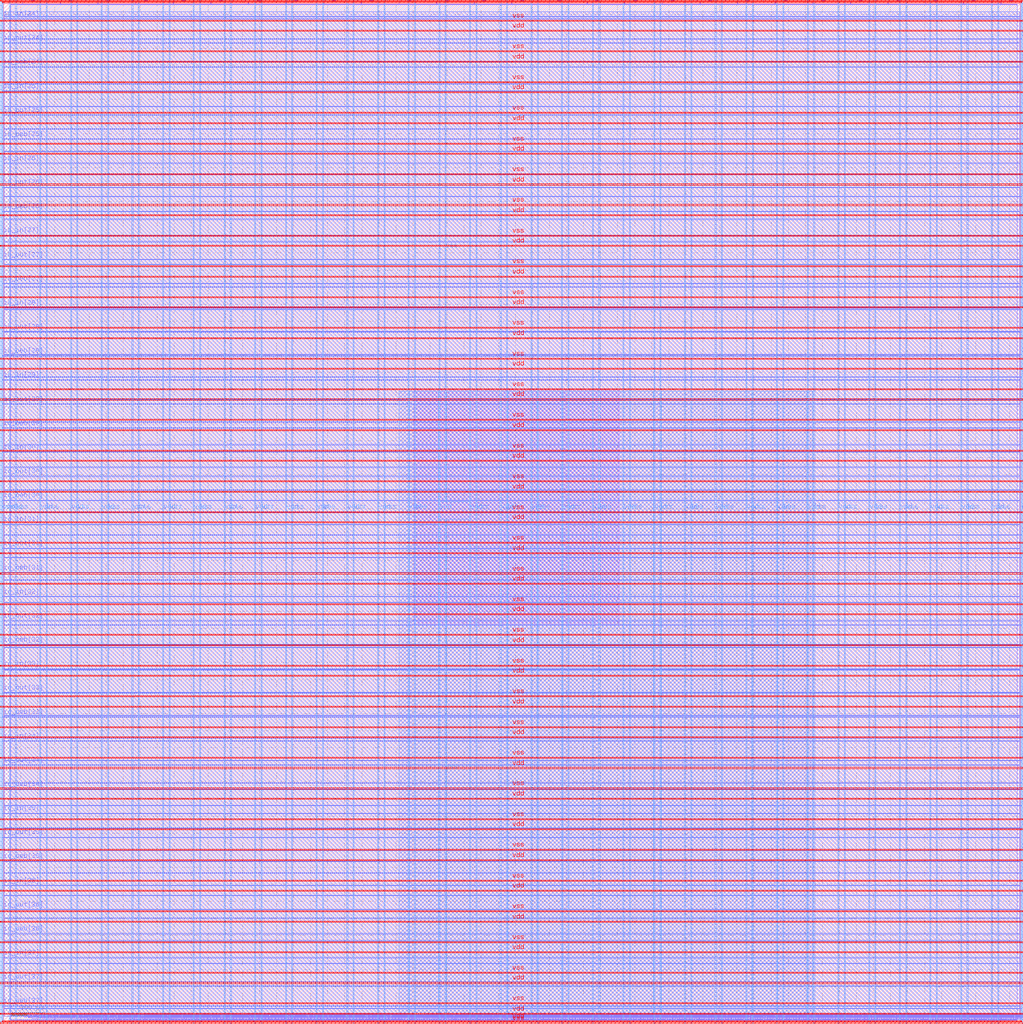
<source format=lef>
VERSION 5.7 ;
  NOWIREEXTENSIONATPIN ON ;
  DIVIDERCHAR "/" ;
  BUSBITCHARS "[]" ;
MACRO user_project_wrapper
  CLASS BLOCK ;
  FOREIGN user_project_wrapper ;
  ORIGIN 0.000 0.000 ;
  SIZE 2980.200 BY 2980.200 ;
  PIN io_in[0]
    DIRECTION INPUT ;
    USE SIGNAL ;
    PORT
      LAYER Metal3 ;
        RECT 2977.800 35.560 2985.000 36.680 ;
    END
  END io_in[0]
  PIN io_in[10]
    DIRECTION INPUT ;
    USE SIGNAL ;
    PORT
      LAYER Metal3 ;
        RECT 2977.800 2017.960 2985.000 2019.080 ;
    END
  END io_in[10]
  PIN io_in[11]
    DIRECTION INPUT ;
    USE SIGNAL ;
    PORT
      LAYER Metal3 ;
        RECT 2977.800 2216.200 2985.000 2217.320 ;
    END
  END io_in[11]
  PIN io_in[12]
    DIRECTION INPUT ;
    USE SIGNAL ;
    PORT
      LAYER Metal3 ;
        RECT 2977.800 2414.440 2985.000 2415.560 ;
    END
  END io_in[12]
  PIN io_in[13]
    DIRECTION INPUT ;
    USE SIGNAL ;
    PORT
      LAYER Metal3 ;
        RECT 2977.800 2612.680 2985.000 2613.800 ;
    END
  END io_in[13]
  PIN io_in[14]
    DIRECTION INPUT ;
    USE SIGNAL ;
    PORT
      LAYER Metal3 ;
        RECT 2977.800 2810.920 2985.000 2812.040 ;
    END
  END io_in[14]
  PIN io_in[15]
    DIRECTION INPUT ;
    USE SIGNAL ;
    PORT
      LAYER Metal2 ;
        RECT 2923.480 2977.800 2924.600 2985.000 ;
    END
  END io_in[15]
  PIN io_in[16]
    DIRECTION INPUT ;
    USE SIGNAL ;
    PORT
      LAYER Metal2 ;
        RECT 2592.520 2977.800 2593.640 2985.000 ;
    END
  END io_in[16]
  PIN io_in[17]
    DIRECTION INPUT ;
    USE SIGNAL ;
    PORT
      LAYER Metal2 ;
        RECT 2261.560 2977.800 2262.680 2985.000 ;
    END
  END io_in[17]
  PIN io_in[18]
    DIRECTION INPUT ;
    USE SIGNAL ;
    PORT
      LAYER Metal2 ;
        RECT 1930.600 2977.800 1931.720 2985.000 ;
    END
  END io_in[18]
  PIN io_in[19]
    DIRECTION INPUT ;
    USE SIGNAL ;
    PORT
      LAYER Metal2 ;
        RECT 1599.640 2977.800 1600.760 2985.000 ;
    END
  END io_in[19]
  PIN io_in[1]
    DIRECTION INPUT ;
    USE SIGNAL ;
    PORT
      LAYER Metal3 ;
        RECT 2977.800 233.800 2985.000 234.920 ;
    END
  END io_in[1]
  PIN io_in[20]
    DIRECTION INPUT ;
    USE SIGNAL ;
    PORT
      LAYER Metal2 ;
        RECT 1268.680 2977.800 1269.800 2985.000 ;
    END
  END io_in[20]
  PIN io_in[21]
    DIRECTION INPUT ;
    USE SIGNAL ;
    PORT
      LAYER Metal2 ;
        RECT 937.720 2977.800 938.840 2985.000 ;
    END
  END io_in[21]
  PIN io_in[22]
    DIRECTION INPUT ;
    USE SIGNAL ;
    PORT
      LAYER Metal2 ;
        RECT 606.760 2977.800 607.880 2985.000 ;
    END
  END io_in[22]
  PIN io_in[23]
    DIRECTION INPUT ;
    USE SIGNAL ;
    PORT
      LAYER Metal2 ;
        RECT 275.800 2977.800 276.920 2985.000 ;
    END
  END io_in[23]
  PIN io_in[24]
    DIRECTION INPUT ;
    USE SIGNAL ;
    PORT
      LAYER Metal3 ;
        RECT -4.800 2935.800 2.400 2936.920 ;
    END
  END io_in[24]
  PIN io_in[25]
    DIRECTION INPUT ;
    USE SIGNAL ;
    PORT
      LAYER Metal3 ;
        RECT -4.800 2724.120 2.400 2725.240 ;
    END
  END io_in[25]
  PIN io_in[26]
    DIRECTION INPUT ;
    USE SIGNAL ;
    PORT
      LAYER Metal3 ;
        RECT -4.800 2512.440 2.400 2513.560 ;
    END
  END io_in[26]
  PIN io_in[27]
    DIRECTION INPUT ;
    USE SIGNAL ;
    PORT
      LAYER Metal3 ;
        RECT -4.800 2300.760 2.400 2301.880 ;
    END
  END io_in[27]
  PIN io_in[28]
    DIRECTION INPUT ;
    USE SIGNAL ;
    PORT
      LAYER Metal3 ;
        RECT -4.800 2089.080 2.400 2090.200 ;
    END
  END io_in[28]
  PIN io_in[29]
    DIRECTION INPUT ;
    USE SIGNAL ;
    PORT
      LAYER Metal3 ;
        RECT -4.800 1877.400 2.400 1878.520 ;
    END
  END io_in[29]
  PIN io_in[2]
    DIRECTION INPUT ;
    USE SIGNAL ;
    PORT
      LAYER Metal3 ;
        RECT 2977.800 432.040 2985.000 433.160 ;
    END
  END io_in[2]
  PIN io_in[30]
    DIRECTION INPUT ;
    USE SIGNAL ;
    PORT
      LAYER Metal3 ;
        RECT -4.800 1665.720 2.400 1666.840 ;
    END
  END io_in[30]
  PIN io_in[31]
    DIRECTION INPUT ;
    USE SIGNAL ;
    PORT
      LAYER Metal3 ;
        RECT -4.800 1454.040 2.400 1455.160 ;
    END
  END io_in[31]
  PIN io_in[32]
    DIRECTION INPUT ;
    USE SIGNAL ;
    PORT
      LAYER Metal3 ;
        RECT -4.800 1242.360 2.400 1243.480 ;
    END
  END io_in[32]
  PIN io_in[33]
    DIRECTION INPUT ;
    USE SIGNAL ;
    PORT
      LAYER Metal3 ;
        RECT -4.800 1030.680 2.400 1031.800 ;
    END
  END io_in[33]
  PIN io_in[34]
    DIRECTION INPUT ;
    USE SIGNAL ;
    PORT
      LAYER Metal3 ;
        RECT -4.800 819.000 2.400 820.120 ;
    END
  END io_in[34]
  PIN io_in[35]
    DIRECTION INPUT ;
    USE SIGNAL ;
    PORT
      LAYER Metal3 ;
        RECT -4.800 607.320 2.400 608.440 ;
    END
  END io_in[35]
  PIN io_in[36]
    DIRECTION INPUT ;
    USE SIGNAL ;
    PORT
      LAYER Metal3 ;
        RECT -4.800 395.640 2.400 396.760 ;
    END
  END io_in[36]
  PIN io_in[37]
    DIRECTION INPUT ;
    USE SIGNAL ;
    PORT
      LAYER Metal3 ;
        RECT -4.800 183.960 2.400 185.080 ;
    END
  END io_in[37]
  PIN io_in[3]
    DIRECTION INPUT ;
    USE SIGNAL ;
    PORT
      LAYER Metal3 ;
        RECT 2977.800 630.280 2985.000 631.400 ;
    END
  END io_in[3]
  PIN io_in[4]
    DIRECTION INPUT ;
    USE SIGNAL ;
    PORT
      LAYER Metal3 ;
        RECT 2977.800 828.520 2985.000 829.640 ;
    END
  END io_in[4]
  PIN io_in[5]
    DIRECTION INPUT ;
    USE SIGNAL ;
    PORT
      LAYER Metal3 ;
        RECT 2977.800 1026.760 2985.000 1027.880 ;
    END
  END io_in[5]
  PIN io_in[6]
    DIRECTION INPUT ;
    USE SIGNAL ;
    PORT
      LAYER Metal3 ;
        RECT 2977.800 1225.000 2985.000 1226.120 ;
    END
  END io_in[6]
  PIN io_in[7]
    DIRECTION INPUT ;
    USE SIGNAL ;
    PORT
      LAYER Metal3 ;
        RECT 2977.800 1423.240 2985.000 1424.360 ;
    END
  END io_in[7]
  PIN io_in[8]
    DIRECTION INPUT ;
    USE SIGNAL ;
    PORT
      LAYER Metal3 ;
        RECT 2977.800 1621.480 2985.000 1622.600 ;
    END
  END io_in[8]
  PIN io_in[9]
    DIRECTION INPUT ;
    USE SIGNAL ;
    PORT
      LAYER Metal3 ;
        RECT 2977.800 1819.720 2985.000 1820.840 ;
    END
  END io_in[9]
  PIN io_oeb[0]
    DIRECTION OUTPUT TRISTATE ;
    USE SIGNAL ;
    PORT
      LAYER Metal3 ;
        RECT 2977.800 167.720 2985.000 168.840 ;
    END
  END io_oeb[0]
  PIN io_oeb[10]
    DIRECTION OUTPUT TRISTATE ;
    USE SIGNAL ;
    PORT
      LAYER Metal3 ;
        RECT 2977.800 2150.120 2985.000 2151.240 ;
    END
  END io_oeb[10]
  PIN io_oeb[11]
    DIRECTION OUTPUT TRISTATE ;
    USE SIGNAL ;
    PORT
      LAYER Metal3 ;
        RECT 2977.800 2348.360 2985.000 2349.480 ;
    END
  END io_oeb[11]
  PIN io_oeb[12]
    DIRECTION OUTPUT TRISTATE ;
    USE SIGNAL ;
    PORT
      LAYER Metal3 ;
        RECT 2977.800 2546.600 2985.000 2547.720 ;
    END
  END io_oeb[12]
  PIN io_oeb[13]
    DIRECTION OUTPUT TRISTATE ;
    USE SIGNAL ;
    PORT
      LAYER Metal3 ;
        RECT 2977.800 2744.840 2985.000 2745.960 ;
    END
  END io_oeb[13]
  PIN io_oeb[14]
    DIRECTION OUTPUT TRISTATE ;
    USE SIGNAL ;
    PORT
      LAYER Metal3 ;
        RECT 2977.800 2943.080 2985.000 2944.200 ;
    END
  END io_oeb[14]
  PIN io_oeb[15]
    DIRECTION OUTPUT TRISTATE ;
    USE SIGNAL ;
    PORT
      LAYER Metal2 ;
        RECT 2702.840 2977.800 2703.960 2985.000 ;
    END
  END io_oeb[15]
  PIN io_oeb[16]
    DIRECTION OUTPUT TRISTATE ;
    USE SIGNAL ;
    PORT
      LAYER Metal2 ;
        RECT 2371.880 2977.800 2373.000 2985.000 ;
    END
  END io_oeb[16]
  PIN io_oeb[17]
    DIRECTION OUTPUT TRISTATE ;
    USE SIGNAL ;
    PORT
      LAYER Metal2 ;
        RECT 2040.920 2977.800 2042.040 2985.000 ;
    END
  END io_oeb[17]
  PIN io_oeb[18]
    DIRECTION OUTPUT TRISTATE ;
    USE SIGNAL ;
    PORT
      LAYER Metal2 ;
        RECT 1709.960 2977.800 1711.080 2985.000 ;
    END
  END io_oeb[18]
  PIN io_oeb[19]
    DIRECTION OUTPUT TRISTATE ;
    USE SIGNAL ;
    PORT
      LAYER Metal2 ;
        RECT 1379.000 2977.800 1380.120 2985.000 ;
    END
  END io_oeb[19]
  PIN io_oeb[1]
    DIRECTION OUTPUT TRISTATE ;
    USE SIGNAL ;
    PORT
      LAYER Metal3 ;
        RECT 2977.800 365.960 2985.000 367.080 ;
    END
  END io_oeb[1]
  PIN io_oeb[20]
    DIRECTION OUTPUT TRISTATE ;
    USE SIGNAL ;
    PORT
      LAYER Metal2 ;
        RECT 1048.040 2977.800 1049.160 2985.000 ;
    END
  END io_oeb[20]
  PIN io_oeb[21]
    DIRECTION OUTPUT TRISTATE ;
    USE SIGNAL ;
    PORT
      LAYER Metal2 ;
        RECT 717.080 2977.800 718.200 2985.000 ;
    END
  END io_oeb[21]
  PIN io_oeb[22]
    DIRECTION OUTPUT TRISTATE ;
    USE SIGNAL ;
    PORT
      LAYER Metal2 ;
        RECT 386.120 2977.800 387.240 2985.000 ;
    END
  END io_oeb[22]
  PIN io_oeb[23]
    DIRECTION OUTPUT TRISTATE ;
    USE SIGNAL ;
    PORT
      LAYER Metal2 ;
        RECT 55.160 2977.800 56.280 2985.000 ;
    END
  END io_oeb[23]
  PIN io_oeb[24]
    DIRECTION OUTPUT TRISTATE ;
    USE SIGNAL ;
    PORT
      LAYER Metal3 ;
        RECT -4.800 2794.680 2.400 2795.800 ;
    END
  END io_oeb[24]
  PIN io_oeb[25]
    DIRECTION OUTPUT TRISTATE ;
    USE SIGNAL ;
    PORT
      LAYER Metal3 ;
        RECT -4.800 2583.000 2.400 2584.120 ;
    END
  END io_oeb[25]
  PIN io_oeb[26]
    DIRECTION OUTPUT TRISTATE ;
    USE SIGNAL ;
    PORT
      LAYER Metal3 ;
        RECT -4.800 2371.320 2.400 2372.440 ;
    END
  END io_oeb[26]
  PIN io_oeb[27]
    DIRECTION OUTPUT TRISTATE ;
    USE SIGNAL ;
    PORT
      LAYER Metal3 ;
        RECT -4.800 2159.640 2.400 2160.760 ;
    END
  END io_oeb[27]
  PIN io_oeb[28]
    DIRECTION OUTPUT TRISTATE ;
    USE SIGNAL ;
    PORT
      LAYER Metal3 ;
        RECT -4.800 1947.960 2.400 1949.080 ;
    END
  END io_oeb[28]
  PIN io_oeb[29]
    DIRECTION OUTPUT TRISTATE ;
    USE SIGNAL ;
    PORT
      LAYER Metal3 ;
        RECT -4.800 1736.280 2.400 1737.400 ;
    END
  END io_oeb[29]
  PIN io_oeb[2]
    DIRECTION OUTPUT TRISTATE ;
    USE SIGNAL ;
    PORT
      LAYER Metal3 ;
        RECT 2977.800 564.200 2985.000 565.320 ;
    END
  END io_oeb[2]
  PIN io_oeb[30]
    DIRECTION OUTPUT TRISTATE ;
    USE SIGNAL ;
    PORT
      LAYER Metal3 ;
        RECT -4.800 1524.600 2.400 1525.720 ;
    END
  END io_oeb[30]
  PIN io_oeb[31]
    DIRECTION OUTPUT TRISTATE ;
    USE SIGNAL ;
    PORT
      LAYER Metal3 ;
        RECT -4.800 1312.920 2.400 1314.040 ;
    END
  END io_oeb[31]
  PIN io_oeb[32]
    DIRECTION OUTPUT TRISTATE ;
    USE SIGNAL ;
    PORT
      LAYER Metal3 ;
        RECT -4.800 1101.240 2.400 1102.360 ;
    END
  END io_oeb[32]
  PIN io_oeb[33]
    DIRECTION OUTPUT TRISTATE ;
    USE SIGNAL ;
    PORT
      LAYER Metal3 ;
        RECT -4.800 889.560 2.400 890.680 ;
    END
  END io_oeb[33]
  PIN io_oeb[34]
    DIRECTION OUTPUT TRISTATE ;
    USE SIGNAL ;
    PORT
      LAYER Metal3 ;
        RECT -4.800 677.880 2.400 679.000 ;
    END
  END io_oeb[34]
  PIN io_oeb[35]
    DIRECTION OUTPUT TRISTATE ;
    USE SIGNAL ;
    PORT
      LAYER Metal3 ;
        RECT -4.800 466.200 2.400 467.320 ;
    END
  END io_oeb[35]
  PIN io_oeb[36]
    DIRECTION OUTPUT TRISTATE ;
    USE SIGNAL ;
    PORT
      LAYER Metal3 ;
        RECT -4.800 254.520 2.400 255.640 ;
    END
  END io_oeb[36]
  PIN io_oeb[37]
    DIRECTION OUTPUT TRISTATE ;
    USE SIGNAL ;
    PORT
      LAYER Metal3 ;
        RECT -4.800 42.840 2.400 43.960 ;
    END
  END io_oeb[37]
  PIN io_oeb[3]
    DIRECTION OUTPUT TRISTATE ;
    USE SIGNAL ;
    PORT
      LAYER Metal3 ;
        RECT 2977.800 762.440 2985.000 763.560 ;
    END
  END io_oeb[3]
  PIN io_oeb[4]
    DIRECTION OUTPUT TRISTATE ;
    USE SIGNAL ;
    PORT
      LAYER Metal3 ;
        RECT 2977.800 960.680 2985.000 961.800 ;
    END
  END io_oeb[4]
  PIN io_oeb[5]
    DIRECTION OUTPUT TRISTATE ;
    USE SIGNAL ;
    PORT
      LAYER Metal3 ;
        RECT 2977.800 1158.920 2985.000 1160.040 ;
    END
  END io_oeb[5]
  PIN io_oeb[6]
    DIRECTION OUTPUT TRISTATE ;
    USE SIGNAL ;
    PORT
      LAYER Metal3 ;
        RECT 2977.800 1357.160 2985.000 1358.280 ;
    END
  END io_oeb[6]
  PIN io_oeb[7]
    DIRECTION OUTPUT TRISTATE ;
    USE SIGNAL ;
    PORT
      LAYER Metal3 ;
        RECT 2977.800 1555.400 2985.000 1556.520 ;
    END
  END io_oeb[7]
  PIN io_oeb[8]
    DIRECTION OUTPUT TRISTATE ;
    USE SIGNAL ;
    PORT
      LAYER Metal3 ;
        RECT 2977.800 1753.640 2985.000 1754.760 ;
    END
  END io_oeb[8]
  PIN io_oeb[9]
    DIRECTION OUTPUT TRISTATE ;
    USE SIGNAL ;
    PORT
      LAYER Metal3 ;
        RECT 2977.800 1951.880 2985.000 1953.000 ;
    END
  END io_oeb[9]
  PIN io_out[0]
    DIRECTION OUTPUT TRISTATE ;
    USE SIGNAL ;
    PORT
      LAYER Metal3 ;
        RECT 2977.800 101.640 2985.000 102.760 ;
    END
  END io_out[0]
  PIN io_out[10]
    DIRECTION OUTPUT TRISTATE ;
    USE SIGNAL ;
    PORT
      LAYER Metal3 ;
        RECT 2977.800 2084.040 2985.000 2085.160 ;
    END
  END io_out[10]
  PIN io_out[11]
    DIRECTION OUTPUT TRISTATE ;
    USE SIGNAL ;
    PORT
      LAYER Metal3 ;
        RECT 2977.800 2282.280 2985.000 2283.400 ;
    END
  END io_out[11]
  PIN io_out[12]
    DIRECTION OUTPUT TRISTATE ;
    USE SIGNAL ;
    PORT
      LAYER Metal3 ;
        RECT 2977.800 2480.520 2985.000 2481.640 ;
    END
  END io_out[12]
  PIN io_out[13]
    DIRECTION OUTPUT TRISTATE ;
    USE SIGNAL ;
    PORT
      LAYER Metal3 ;
        RECT 2977.800 2678.760 2985.000 2679.880 ;
    END
  END io_out[13]
  PIN io_out[14]
    DIRECTION OUTPUT TRISTATE ;
    USE SIGNAL ;
    PORT
      LAYER Metal3 ;
        RECT 2977.800 2877.000 2985.000 2878.120 ;
    END
  END io_out[14]
  PIN io_out[15]
    DIRECTION OUTPUT TRISTATE ;
    USE SIGNAL ;
    PORT
      LAYER Metal2 ;
        RECT 2813.160 2977.800 2814.280 2985.000 ;
    END
  END io_out[15]
  PIN io_out[16]
    DIRECTION OUTPUT TRISTATE ;
    USE SIGNAL ;
    PORT
      LAYER Metal2 ;
        RECT 2482.200 2977.800 2483.320 2985.000 ;
    END
  END io_out[16]
  PIN io_out[17]
    DIRECTION OUTPUT TRISTATE ;
    USE SIGNAL ;
    PORT
      LAYER Metal2 ;
        RECT 2151.240 2977.800 2152.360 2985.000 ;
    END
  END io_out[17]
  PIN io_out[18]
    DIRECTION OUTPUT TRISTATE ;
    USE SIGNAL ;
    PORT
      LAYER Metal2 ;
        RECT 1820.280 2977.800 1821.400 2985.000 ;
    END
  END io_out[18]
  PIN io_out[19]
    DIRECTION OUTPUT TRISTATE ;
    USE SIGNAL ;
    PORT
      LAYER Metal2 ;
        RECT 1489.320 2977.800 1490.440 2985.000 ;
    END
  END io_out[19]
  PIN io_out[1]
    DIRECTION OUTPUT TRISTATE ;
    USE SIGNAL ;
    PORT
      LAYER Metal3 ;
        RECT 2977.800 299.880 2985.000 301.000 ;
    END
  END io_out[1]
  PIN io_out[20]
    DIRECTION OUTPUT TRISTATE ;
    USE SIGNAL ;
    PORT
      LAYER Metal2 ;
        RECT 1158.360 2977.800 1159.480 2985.000 ;
    END
  END io_out[20]
  PIN io_out[21]
    DIRECTION OUTPUT TRISTATE ;
    USE SIGNAL ;
    PORT
      LAYER Metal2 ;
        RECT 827.400 2977.800 828.520 2985.000 ;
    END
  END io_out[21]
  PIN io_out[22]
    DIRECTION OUTPUT TRISTATE ;
    USE SIGNAL ;
    PORT
      LAYER Metal2 ;
        RECT 496.440 2977.800 497.560 2985.000 ;
    END
  END io_out[22]
  PIN io_out[23]
    DIRECTION OUTPUT TRISTATE ;
    USE SIGNAL ;
    PORT
      LAYER Metal2 ;
        RECT 165.480 2977.800 166.600 2985.000 ;
    END
  END io_out[23]
  PIN io_out[24]
    DIRECTION OUTPUT TRISTATE ;
    USE SIGNAL ;
    PORT
      LAYER Metal3 ;
        RECT -4.800 2865.240 2.400 2866.360 ;
    END
  END io_out[24]
  PIN io_out[25]
    DIRECTION OUTPUT TRISTATE ;
    USE SIGNAL ;
    PORT
      LAYER Metal3 ;
        RECT -4.800 2653.560 2.400 2654.680 ;
    END
  END io_out[25]
  PIN io_out[26]
    DIRECTION OUTPUT TRISTATE ;
    USE SIGNAL ;
    PORT
      LAYER Metal3 ;
        RECT -4.800 2441.880 2.400 2443.000 ;
    END
  END io_out[26]
  PIN io_out[27]
    DIRECTION OUTPUT TRISTATE ;
    USE SIGNAL ;
    PORT
      LAYER Metal3 ;
        RECT -4.800 2230.200 2.400 2231.320 ;
    END
  END io_out[27]
  PIN io_out[28]
    DIRECTION OUTPUT TRISTATE ;
    USE SIGNAL ;
    PORT
      LAYER Metal3 ;
        RECT -4.800 2018.520 2.400 2019.640 ;
    END
  END io_out[28]
  PIN io_out[29]
    DIRECTION OUTPUT TRISTATE ;
    USE SIGNAL ;
    PORT
      LAYER Metal3 ;
        RECT -4.800 1806.840 2.400 1807.960 ;
    END
  END io_out[29]
  PIN io_out[2]
    DIRECTION OUTPUT TRISTATE ;
    USE SIGNAL ;
    PORT
      LAYER Metal3 ;
        RECT 2977.800 498.120 2985.000 499.240 ;
    END
  END io_out[2]
  PIN io_out[30]
    DIRECTION OUTPUT TRISTATE ;
    USE SIGNAL ;
    PORT
      LAYER Metal3 ;
        RECT -4.800 1595.160 2.400 1596.280 ;
    END
  END io_out[30]
  PIN io_out[31]
    DIRECTION OUTPUT TRISTATE ;
    USE SIGNAL ;
    PORT
      LAYER Metal3 ;
        RECT -4.800 1383.480 2.400 1384.600 ;
    END
  END io_out[31]
  PIN io_out[32]
    DIRECTION OUTPUT TRISTATE ;
    USE SIGNAL ;
    PORT
      LAYER Metal3 ;
        RECT -4.800 1171.800 2.400 1172.920 ;
    END
  END io_out[32]
  PIN io_out[33]
    DIRECTION OUTPUT TRISTATE ;
    USE SIGNAL ;
    PORT
      LAYER Metal3 ;
        RECT -4.800 960.120 2.400 961.240 ;
    END
  END io_out[33]
  PIN io_out[34]
    DIRECTION OUTPUT TRISTATE ;
    USE SIGNAL ;
    PORT
      LAYER Metal3 ;
        RECT -4.800 748.440 2.400 749.560 ;
    END
  END io_out[34]
  PIN io_out[35]
    DIRECTION OUTPUT TRISTATE ;
    USE SIGNAL ;
    PORT
      LAYER Metal3 ;
        RECT -4.800 536.760 2.400 537.880 ;
    END
  END io_out[35]
  PIN io_out[36]
    DIRECTION OUTPUT TRISTATE ;
    USE SIGNAL ;
    PORT
      LAYER Metal3 ;
        RECT -4.800 325.080 2.400 326.200 ;
    END
  END io_out[36]
  PIN io_out[37]
    DIRECTION OUTPUT TRISTATE ;
    USE SIGNAL ;
    PORT
      LAYER Metal3 ;
        RECT -4.800 113.400 2.400 114.520 ;
    END
  END io_out[37]
  PIN io_out[3]
    DIRECTION OUTPUT TRISTATE ;
    USE SIGNAL ;
    PORT
      LAYER Metal3 ;
        RECT 2977.800 696.360 2985.000 697.480 ;
    END
  END io_out[3]
  PIN io_out[4]
    DIRECTION OUTPUT TRISTATE ;
    USE SIGNAL ;
    PORT
      LAYER Metal3 ;
        RECT 2977.800 894.600 2985.000 895.720 ;
    END
  END io_out[4]
  PIN io_out[5]
    DIRECTION OUTPUT TRISTATE ;
    USE SIGNAL ;
    PORT
      LAYER Metal3 ;
        RECT 2977.800 1092.840 2985.000 1093.960 ;
    END
  END io_out[5]
  PIN io_out[6]
    DIRECTION OUTPUT TRISTATE ;
    USE SIGNAL ;
    PORT
      LAYER Metal3 ;
        RECT 2977.800 1291.080 2985.000 1292.200 ;
    END
  END io_out[6]
  PIN io_out[7]
    DIRECTION OUTPUT TRISTATE ;
    USE SIGNAL ;
    PORT
      LAYER Metal3 ;
        RECT 2977.800 1489.320 2985.000 1490.440 ;
    END
  END io_out[7]
  PIN io_out[8]
    DIRECTION OUTPUT TRISTATE ;
    USE SIGNAL ;
    PORT
      LAYER Metal3 ;
        RECT 2977.800 1687.560 2985.000 1688.680 ;
    END
  END io_out[8]
  PIN io_out[9]
    DIRECTION OUTPUT TRISTATE ;
    USE SIGNAL ;
    PORT
      LAYER Metal3 ;
        RECT 2977.800 1885.800 2985.000 1886.920 ;
    END
  END io_out[9]
  PIN la_data_in[0]
    DIRECTION INPUT ;
    USE SIGNAL ;
    PORT
      LAYER Metal2 ;
        RECT 1065.960 -4.800 1067.080 2.400 ;
    END
  END la_data_in[0]
  PIN la_data_in[10]
    DIRECTION INPUT ;
    USE SIGNAL ;
    PORT
      LAYER Metal2 ;
        RECT 1351.560 -4.800 1352.680 2.400 ;
    END
  END la_data_in[10]
  PIN la_data_in[11]
    DIRECTION INPUT ;
    USE SIGNAL ;
    PORT
      LAYER Metal2 ;
        RECT 1380.120 -4.800 1381.240 2.400 ;
    END
  END la_data_in[11]
  PIN la_data_in[12]
    DIRECTION INPUT ;
    USE SIGNAL ;
    PORT
      LAYER Metal2 ;
        RECT 1408.680 -4.800 1409.800 2.400 ;
    END
  END la_data_in[12]
  PIN la_data_in[13]
    DIRECTION INPUT ;
    USE SIGNAL ;
    PORT
      LAYER Metal2 ;
        RECT 1437.240 -4.800 1438.360 2.400 ;
    END
  END la_data_in[13]
  PIN la_data_in[14]
    DIRECTION INPUT ;
    USE SIGNAL ;
    PORT
      LAYER Metal2 ;
        RECT 1465.800 -4.800 1466.920 2.400 ;
    END
  END la_data_in[14]
  PIN la_data_in[15]
    DIRECTION INPUT ;
    USE SIGNAL ;
    PORT
      LAYER Metal2 ;
        RECT 1494.360 -4.800 1495.480 2.400 ;
    END
  END la_data_in[15]
  PIN la_data_in[16]
    DIRECTION INPUT ;
    USE SIGNAL ;
    PORT
      LAYER Metal2 ;
        RECT 1522.920 -4.800 1524.040 2.400 ;
    END
  END la_data_in[16]
  PIN la_data_in[17]
    DIRECTION INPUT ;
    USE SIGNAL ;
    PORT
      LAYER Metal2 ;
        RECT 1551.480 -4.800 1552.600 2.400 ;
    END
  END la_data_in[17]
  PIN la_data_in[18]
    DIRECTION INPUT ;
    USE SIGNAL ;
    PORT
      LAYER Metal2 ;
        RECT 1580.040 -4.800 1581.160 2.400 ;
    END
  END la_data_in[18]
  PIN la_data_in[19]
    DIRECTION INPUT ;
    USE SIGNAL ;
    PORT
      LAYER Metal2 ;
        RECT 1608.600 -4.800 1609.720 2.400 ;
    END
  END la_data_in[19]
  PIN la_data_in[1]
    DIRECTION INPUT ;
    USE SIGNAL ;
    PORT
      LAYER Metal2 ;
        RECT 1094.520 -4.800 1095.640 2.400 ;
    END
  END la_data_in[1]
  PIN la_data_in[20]
    DIRECTION INPUT ;
    USE SIGNAL ;
    PORT
      LAYER Metal2 ;
        RECT 1637.160 -4.800 1638.280 2.400 ;
    END
  END la_data_in[20]
  PIN la_data_in[21]
    DIRECTION INPUT ;
    USE SIGNAL ;
    PORT
      LAYER Metal2 ;
        RECT 1665.720 -4.800 1666.840 2.400 ;
    END
  END la_data_in[21]
  PIN la_data_in[22]
    DIRECTION INPUT ;
    USE SIGNAL ;
    PORT
      LAYER Metal2 ;
        RECT 1694.280 -4.800 1695.400 2.400 ;
    END
  END la_data_in[22]
  PIN la_data_in[23]
    DIRECTION INPUT ;
    USE SIGNAL ;
    PORT
      LAYER Metal2 ;
        RECT 1722.840 -4.800 1723.960 2.400 ;
    END
  END la_data_in[23]
  PIN la_data_in[24]
    DIRECTION INPUT ;
    USE SIGNAL ;
    PORT
      LAYER Metal2 ;
        RECT 1751.400 -4.800 1752.520 2.400 ;
    END
  END la_data_in[24]
  PIN la_data_in[25]
    DIRECTION INPUT ;
    USE SIGNAL ;
    PORT
      LAYER Metal2 ;
        RECT 1779.960 -4.800 1781.080 2.400 ;
    END
  END la_data_in[25]
  PIN la_data_in[26]
    DIRECTION INPUT ;
    USE SIGNAL ;
    PORT
      LAYER Metal2 ;
        RECT 1808.520 -4.800 1809.640 2.400 ;
    END
  END la_data_in[26]
  PIN la_data_in[27]
    DIRECTION INPUT ;
    USE SIGNAL ;
    PORT
      LAYER Metal2 ;
        RECT 1837.080 -4.800 1838.200 2.400 ;
    END
  END la_data_in[27]
  PIN la_data_in[28]
    DIRECTION INPUT ;
    USE SIGNAL ;
    PORT
      LAYER Metal2 ;
        RECT 1865.640 -4.800 1866.760 2.400 ;
    END
  END la_data_in[28]
  PIN la_data_in[29]
    DIRECTION INPUT ;
    USE SIGNAL ;
    PORT
      LAYER Metal2 ;
        RECT 1894.200 -4.800 1895.320 2.400 ;
    END
  END la_data_in[29]
  PIN la_data_in[2]
    DIRECTION INPUT ;
    USE SIGNAL ;
    PORT
      LAYER Metal2 ;
        RECT 1123.080 -4.800 1124.200 2.400 ;
    END
  END la_data_in[2]
  PIN la_data_in[30]
    DIRECTION INPUT ;
    USE SIGNAL ;
    PORT
      LAYER Metal2 ;
        RECT 1922.760 -4.800 1923.880 2.400 ;
    END
  END la_data_in[30]
  PIN la_data_in[31]
    DIRECTION INPUT ;
    USE SIGNAL ;
    PORT
      LAYER Metal2 ;
        RECT 1951.320 -4.800 1952.440 2.400 ;
    END
  END la_data_in[31]
  PIN la_data_in[32]
    DIRECTION INPUT ;
    USE SIGNAL ;
    PORT
      LAYER Metal2 ;
        RECT 1979.880 -4.800 1981.000 2.400 ;
    END
  END la_data_in[32]
  PIN la_data_in[33]
    DIRECTION INPUT ;
    USE SIGNAL ;
    PORT
      LAYER Metal2 ;
        RECT 2008.440 -4.800 2009.560 2.400 ;
    END
  END la_data_in[33]
  PIN la_data_in[34]
    DIRECTION INPUT ;
    USE SIGNAL ;
    PORT
      LAYER Metal2 ;
        RECT 2037.000 -4.800 2038.120 2.400 ;
    END
  END la_data_in[34]
  PIN la_data_in[35]
    DIRECTION INPUT ;
    USE SIGNAL ;
    PORT
      LAYER Metal2 ;
        RECT 2065.560 -4.800 2066.680 2.400 ;
    END
  END la_data_in[35]
  PIN la_data_in[36]
    DIRECTION INPUT ;
    USE SIGNAL ;
    PORT
      LAYER Metal2 ;
        RECT 2094.120 -4.800 2095.240 2.400 ;
    END
  END la_data_in[36]
  PIN la_data_in[37]
    DIRECTION INPUT ;
    USE SIGNAL ;
    PORT
      LAYER Metal2 ;
        RECT 2122.680 -4.800 2123.800 2.400 ;
    END
  END la_data_in[37]
  PIN la_data_in[38]
    DIRECTION INPUT ;
    USE SIGNAL ;
    PORT
      LAYER Metal2 ;
        RECT 2151.240 -4.800 2152.360 2.400 ;
    END
  END la_data_in[38]
  PIN la_data_in[39]
    DIRECTION INPUT ;
    USE SIGNAL ;
    PORT
      LAYER Metal2 ;
        RECT 2179.800 -4.800 2180.920 2.400 ;
    END
  END la_data_in[39]
  PIN la_data_in[3]
    DIRECTION INPUT ;
    USE SIGNAL ;
    PORT
      LAYER Metal2 ;
        RECT 1151.640 -4.800 1152.760 2.400 ;
    END
  END la_data_in[3]
  PIN la_data_in[40]
    DIRECTION INPUT ;
    USE SIGNAL ;
    PORT
      LAYER Metal2 ;
        RECT 2208.360 -4.800 2209.480 2.400 ;
    END
  END la_data_in[40]
  PIN la_data_in[41]
    DIRECTION INPUT ;
    USE SIGNAL ;
    PORT
      LAYER Metal2 ;
        RECT 2236.920 -4.800 2238.040 2.400 ;
    END
  END la_data_in[41]
  PIN la_data_in[42]
    DIRECTION INPUT ;
    USE SIGNAL ;
    PORT
      LAYER Metal2 ;
        RECT 2265.480 -4.800 2266.600 2.400 ;
    END
  END la_data_in[42]
  PIN la_data_in[43]
    DIRECTION INPUT ;
    USE SIGNAL ;
    PORT
      LAYER Metal2 ;
        RECT 2294.040 -4.800 2295.160 2.400 ;
    END
  END la_data_in[43]
  PIN la_data_in[44]
    DIRECTION INPUT ;
    USE SIGNAL ;
    PORT
      LAYER Metal2 ;
        RECT 2322.600 -4.800 2323.720 2.400 ;
    END
  END la_data_in[44]
  PIN la_data_in[45]
    DIRECTION INPUT ;
    USE SIGNAL ;
    PORT
      LAYER Metal2 ;
        RECT 2351.160 -4.800 2352.280 2.400 ;
    END
  END la_data_in[45]
  PIN la_data_in[46]
    DIRECTION INPUT ;
    USE SIGNAL ;
    PORT
      LAYER Metal2 ;
        RECT 2379.720 -4.800 2380.840 2.400 ;
    END
  END la_data_in[46]
  PIN la_data_in[47]
    DIRECTION INPUT ;
    USE SIGNAL ;
    PORT
      LAYER Metal2 ;
        RECT 2408.280 -4.800 2409.400 2.400 ;
    END
  END la_data_in[47]
  PIN la_data_in[48]
    DIRECTION INPUT ;
    USE SIGNAL ;
    PORT
      LAYER Metal2 ;
        RECT 2436.840 -4.800 2437.960 2.400 ;
    END
  END la_data_in[48]
  PIN la_data_in[49]
    DIRECTION INPUT ;
    USE SIGNAL ;
    PORT
      LAYER Metal2 ;
        RECT 2465.400 -4.800 2466.520 2.400 ;
    END
  END la_data_in[49]
  PIN la_data_in[4]
    DIRECTION INPUT ;
    USE SIGNAL ;
    PORT
      LAYER Metal2 ;
        RECT 1180.200 -4.800 1181.320 2.400 ;
    END
  END la_data_in[4]
  PIN la_data_in[50]
    DIRECTION INPUT ;
    USE SIGNAL ;
    PORT
      LAYER Metal2 ;
        RECT 2493.960 -4.800 2495.080 2.400 ;
    END
  END la_data_in[50]
  PIN la_data_in[51]
    DIRECTION INPUT ;
    USE SIGNAL ;
    PORT
      LAYER Metal2 ;
        RECT 2522.520 -4.800 2523.640 2.400 ;
    END
  END la_data_in[51]
  PIN la_data_in[52]
    DIRECTION INPUT ;
    USE SIGNAL ;
    PORT
      LAYER Metal2 ;
        RECT 2551.080 -4.800 2552.200 2.400 ;
    END
  END la_data_in[52]
  PIN la_data_in[53]
    DIRECTION INPUT ;
    USE SIGNAL ;
    PORT
      LAYER Metal2 ;
        RECT 2579.640 -4.800 2580.760 2.400 ;
    END
  END la_data_in[53]
  PIN la_data_in[54]
    DIRECTION INPUT ;
    USE SIGNAL ;
    PORT
      LAYER Metal2 ;
        RECT 2608.200 -4.800 2609.320 2.400 ;
    END
  END la_data_in[54]
  PIN la_data_in[55]
    DIRECTION INPUT ;
    USE SIGNAL ;
    PORT
      LAYER Metal2 ;
        RECT 2636.760 -4.800 2637.880 2.400 ;
    END
  END la_data_in[55]
  PIN la_data_in[56]
    DIRECTION INPUT ;
    USE SIGNAL ;
    PORT
      LAYER Metal2 ;
        RECT 2665.320 -4.800 2666.440 2.400 ;
    END
  END la_data_in[56]
  PIN la_data_in[57]
    DIRECTION INPUT ;
    USE SIGNAL ;
    PORT
      LAYER Metal2 ;
        RECT 2693.880 -4.800 2695.000 2.400 ;
    END
  END la_data_in[57]
  PIN la_data_in[58]
    DIRECTION INPUT ;
    USE SIGNAL ;
    PORT
      LAYER Metal2 ;
        RECT 2722.440 -4.800 2723.560 2.400 ;
    END
  END la_data_in[58]
  PIN la_data_in[59]
    DIRECTION INPUT ;
    USE SIGNAL ;
    PORT
      LAYER Metal2 ;
        RECT 2751.000 -4.800 2752.120 2.400 ;
    END
  END la_data_in[59]
  PIN la_data_in[5]
    DIRECTION INPUT ;
    USE SIGNAL ;
    PORT
      LAYER Metal2 ;
        RECT 1208.760 -4.800 1209.880 2.400 ;
    END
  END la_data_in[5]
  PIN la_data_in[60]
    DIRECTION INPUT ;
    USE SIGNAL ;
    PORT
      LAYER Metal2 ;
        RECT 2779.560 -4.800 2780.680 2.400 ;
    END
  END la_data_in[60]
  PIN la_data_in[61]
    DIRECTION INPUT ;
    USE SIGNAL ;
    PORT
      LAYER Metal2 ;
        RECT 2808.120 -4.800 2809.240 2.400 ;
    END
  END la_data_in[61]
  PIN la_data_in[62]
    DIRECTION INPUT ;
    USE SIGNAL ;
    PORT
      LAYER Metal2 ;
        RECT 2836.680 -4.800 2837.800 2.400 ;
    END
  END la_data_in[62]
  PIN la_data_in[63]
    DIRECTION INPUT ;
    USE SIGNAL ;
    PORT
      LAYER Metal2 ;
        RECT 2865.240 -4.800 2866.360 2.400 ;
    END
  END la_data_in[63]
  PIN la_data_in[6]
    DIRECTION INPUT ;
    USE SIGNAL ;
    PORT
      LAYER Metal2 ;
        RECT 1237.320 -4.800 1238.440 2.400 ;
    END
  END la_data_in[6]
  PIN la_data_in[7]
    DIRECTION INPUT ;
    USE SIGNAL ;
    PORT
      LAYER Metal2 ;
        RECT 1265.880 -4.800 1267.000 2.400 ;
    END
  END la_data_in[7]
  PIN la_data_in[8]
    DIRECTION INPUT ;
    USE SIGNAL ;
    PORT
      LAYER Metal2 ;
        RECT 1294.440 -4.800 1295.560 2.400 ;
    END
  END la_data_in[8]
  PIN la_data_in[9]
    DIRECTION INPUT ;
    USE SIGNAL ;
    PORT
      LAYER Metal2 ;
        RECT 1323.000 -4.800 1324.120 2.400 ;
    END
  END la_data_in[9]
  PIN la_data_out[0]
    DIRECTION OUTPUT TRISTATE ;
    USE SIGNAL ;
    PORT
      LAYER Metal2 ;
        RECT 1075.480 -4.800 1076.600 2.400 ;
    END
  END la_data_out[0]
  PIN la_data_out[10]
    DIRECTION OUTPUT TRISTATE ;
    USE SIGNAL ;
    PORT
      LAYER Metal2 ;
        RECT 1361.080 -4.800 1362.200 2.400 ;
    END
  END la_data_out[10]
  PIN la_data_out[11]
    DIRECTION OUTPUT TRISTATE ;
    USE SIGNAL ;
    PORT
      LAYER Metal2 ;
        RECT 1389.640 -4.800 1390.760 2.400 ;
    END
  END la_data_out[11]
  PIN la_data_out[12]
    DIRECTION OUTPUT TRISTATE ;
    USE SIGNAL ;
    PORT
      LAYER Metal2 ;
        RECT 1418.200 -4.800 1419.320 2.400 ;
    END
  END la_data_out[12]
  PIN la_data_out[13]
    DIRECTION OUTPUT TRISTATE ;
    USE SIGNAL ;
    PORT
      LAYER Metal2 ;
        RECT 1446.760 -4.800 1447.880 2.400 ;
    END
  END la_data_out[13]
  PIN la_data_out[14]
    DIRECTION OUTPUT TRISTATE ;
    USE SIGNAL ;
    PORT
      LAYER Metal2 ;
        RECT 1475.320 -4.800 1476.440 2.400 ;
    END
  END la_data_out[14]
  PIN la_data_out[15]
    DIRECTION OUTPUT TRISTATE ;
    USE SIGNAL ;
    PORT
      LAYER Metal2 ;
        RECT 1503.880 -4.800 1505.000 2.400 ;
    END
  END la_data_out[15]
  PIN la_data_out[16]
    DIRECTION OUTPUT TRISTATE ;
    USE SIGNAL ;
    PORT
      LAYER Metal2 ;
        RECT 1532.440 -4.800 1533.560 2.400 ;
    END
  END la_data_out[16]
  PIN la_data_out[17]
    DIRECTION OUTPUT TRISTATE ;
    USE SIGNAL ;
    PORT
      LAYER Metal2 ;
        RECT 1561.000 -4.800 1562.120 2.400 ;
    END
  END la_data_out[17]
  PIN la_data_out[18]
    DIRECTION OUTPUT TRISTATE ;
    USE SIGNAL ;
    PORT
      LAYER Metal2 ;
        RECT 1589.560 -4.800 1590.680 2.400 ;
    END
  END la_data_out[18]
  PIN la_data_out[19]
    DIRECTION OUTPUT TRISTATE ;
    USE SIGNAL ;
    PORT
      LAYER Metal2 ;
        RECT 1618.120 -4.800 1619.240 2.400 ;
    END
  END la_data_out[19]
  PIN la_data_out[1]
    DIRECTION OUTPUT TRISTATE ;
    USE SIGNAL ;
    PORT
      LAYER Metal2 ;
        RECT 1104.040 -4.800 1105.160 2.400 ;
    END
  END la_data_out[1]
  PIN la_data_out[20]
    DIRECTION OUTPUT TRISTATE ;
    USE SIGNAL ;
    PORT
      LAYER Metal2 ;
        RECT 1646.680 -4.800 1647.800 2.400 ;
    END
  END la_data_out[20]
  PIN la_data_out[21]
    DIRECTION OUTPUT TRISTATE ;
    USE SIGNAL ;
    PORT
      LAYER Metal2 ;
        RECT 1675.240 -4.800 1676.360 2.400 ;
    END
  END la_data_out[21]
  PIN la_data_out[22]
    DIRECTION OUTPUT TRISTATE ;
    USE SIGNAL ;
    PORT
      LAYER Metal2 ;
        RECT 1703.800 -4.800 1704.920 2.400 ;
    END
  END la_data_out[22]
  PIN la_data_out[23]
    DIRECTION OUTPUT TRISTATE ;
    USE SIGNAL ;
    PORT
      LAYER Metal2 ;
        RECT 1732.360 -4.800 1733.480 2.400 ;
    END
  END la_data_out[23]
  PIN la_data_out[24]
    DIRECTION OUTPUT TRISTATE ;
    USE SIGNAL ;
    PORT
      LAYER Metal2 ;
        RECT 1760.920 -4.800 1762.040 2.400 ;
    END
  END la_data_out[24]
  PIN la_data_out[25]
    DIRECTION OUTPUT TRISTATE ;
    USE SIGNAL ;
    PORT
      LAYER Metal2 ;
        RECT 1789.480 -4.800 1790.600 2.400 ;
    END
  END la_data_out[25]
  PIN la_data_out[26]
    DIRECTION OUTPUT TRISTATE ;
    USE SIGNAL ;
    PORT
      LAYER Metal2 ;
        RECT 1818.040 -4.800 1819.160 2.400 ;
    END
  END la_data_out[26]
  PIN la_data_out[27]
    DIRECTION OUTPUT TRISTATE ;
    USE SIGNAL ;
    PORT
      LAYER Metal2 ;
        RECT 1846.600 -4.800 1847.720 2.400 ;
    END
  END la_data_out[27]
  PIN la_data_out[28]
    DIRECTION OUTPUT TRISTATE ;
    USE SIGNAL ;
    PORT
      LAYER Metal2 ;
        RECT 1875.160 -4.800 1876.280 2.400 ;
    END
  END la_data_out[28]
  PIN la_data_out[29]
    DIRECTION OUTPUT TRISTATE ;
    USE SIGNAL ;
    PORT
      LAYER Metal2 ;
        RECT 1903.720 -4.800 1904.840 2.400 ;
    END
  END la_data_out[29]
  PIN la_data_out[2]
    DIRECTION OUTPUT TRISTATE ;
    USE SIGNAL ;
    PORT
      LAYER Metal2 ;
        RECT 1132.600 -4.800 1133.720 2.400 ;
    END
  END la_data_out[2]
  PIN la_data_out[30]
    DIRECTION OUTPUT TRISTATE ;
    USE SIGNAL ;
    PORT
      LAYER Metal2 ;
        RECT 1932.280 -4.800 1933.400 2.400 ;
    END
  END la_data_out[30]
  PIN la_data_out[31]
    DIRECTION OUTPUT TRISTATE ;
    USE SIGNAL ;
    PORT
      LAYER Metal2 ;
        RECT 1960.840 -4.800 1961.960 2.400 ;
    END
  END la_data_out[31]
  PIN la_data_out[32]
    DIRECTION OUTPUT TRISTATE ;
    USE SIGNAL ;
    PORT
      LAYER Metal2 ;
        RECT 1989.400 -4.800 1990.520 2.400 ;
    END
  END la_data_out[32]
  PIN la_data_out[33]
    DIRECTION OUTPUT TRISTATE ;
    USE SIGNAL ;
    PORT
      LAYER Metal2 ;
        RECT 2017.960 -4.800 2019.080 2.400 ;
    END
  END la_data_out[33]
  PIN la_data_out[34]
    DIRECTION OUTPUT TRISTATE ;
    USE SIGNAL ;
    PORT
      LAYER Metal2 ;
        RECT 2046.520 -4.800 2047.640 2.400 ;
    END
  END la_data_out[34]
  PIN la_data_out[35]
    DIRECTION OUTPUT TRISTATE ;
    USE SIGNAL ;
    PORT
      LAYER Metal2 ;
        RECT 2075.080 -4.800 2076.200 2.400 ;
    END
  END la_data_out[35]
  PIN la_data_out[36]
    DIRECTION OUTPUT TRISTATE ;
    USE SIGNAL ;
    PORT
      LAYER Metal2 ;
        RECT 2103.640 -4.800 2104.760 2.400 ;
    END
  END la_data_out[36]
  PIN la_data_out[37]
    DIRECTION OUTPUT TRISTATE ;
    USE SIGNAL ;
    PORT
      LAYER Metal2 ;
        RECT 2132.200 -4.800 2133.320 2.400 ;
    END
  END la_data_out[37]
  PIN la_data_out[38]
    DIRECTION OUTPUT TRISTATE ;
    USE SIGNAL ;
    PORT
      LAYER Metal2 ;
        RECT 2160.760 -4.800 2161.880 2.400 ;
    END
  END la_data_out[38]
  PIN la_data_out[39]
    DIRECTION OUTPUT TRISTATE ;
    USE SIGNAL ;
    PORT
      LAYER Metal2 ;
        RECT 2189.320 -4.800 2190.440 2.400 ;
    END
  END la_data_out[39]
  PIN la_data_out[3]
    DIRECTION OUTPUT TRISTATE ;
    USE SIGNAL ;
    PORT
      LAYER Metal2 ;
        RECT 1161.160 -4.800 1162.280 2.400 ;
    END
  END la_data_out[3]
  PIN la_data_out[40]
    DIRECTION OUTPUT TRISTATE ;
    USE SIGNAL ;
    PORT
      LAYER Metal2 ;
        RECT 2217.880 -4.800 2219.000 2.400 ;
    END
  END la_data_out[40]
  PIN la_data_out[41]
    DIRECTION OUTPUT TRISTATE ;
    USE SIGNAL ;
    PORT
      LAYER Metal2 ;
        RECT 2246.440 -4.800 2247.560 2.400 ;
    END
  END la_data_out[41]
  PIN la_data_out[42]
    DIRECTION OUTPUT TRISTATE ;
    USE SIGNAL ;
    PORT
      LAYER Metal2 ;
        RECT 2275.000 -4.800 2276.120 2.400 ;
    END
  END la_data_out[42]
  PIN la_data_out[43]
    DIRECTION OUTPUT TRISTATE ;
    USE SIGNAL ;
    PORT
      LAYER Metal2 ;
        RECT 2303.560 -4.800 2304.680 2.400 ;
    END
  END la_data_out[43]
  PIN la_data_out[44]
    DIRECTION OUTPUT TRISTATE ;
    USE SIGNAL ;
    PORT
      LAYER Metal2 ;
        RECT 2332.120 -4.800 2333.240 2.400 ;
    END
  END la_data_out[44]
  PIN la_data_out[45]
    DIRECTION OUTPUT TRISTATE ;
    USE SIGNAL ;
    PORT
      LAYER Metal2 ;
        RECT 2360.680 -4.800 2361.800 2.400 ;
    END
  END la_data_out[45]
  PIN la_data_out[46]
    DIRECTION OUTPUT TRISTATE ;
    USE SIGNAL ;
    PORT
      LAYER Metal2 ;
        RECT 2389.240 -4.800 2390.360 2.400 ;
    END
  END la_data_out[46]
  PIN la_data_out[47]
    DIRECTION OUTPUT TRISTATE ;
    USE SIGNAL ;
    PORT
      LAYER Metal2 ;
        RECT 2417.800 -4.800 2418.920 2.400 ;
    END
  END la_data_out[47]
  PIN la_data_out[48]
    DIRECTION OUTPUT TRISTATE ;
    USE SIGNAL ;
    PORT
      LAYER Metal2 ;
        RECT 2446.360 -4.800 2447.480 2.400 ;
    END
  END la_data_out[48]
  PIN la_data_out[49]
    DIRECTION OUTPUT TRISTATE ;
    USE SIGNAL ;
    PORT
      LAYER Metal2 ;
        RECT 2474.920 -4.800 2476.040 2.400 ;
    END
  END la_data_out[49]
  PIN la_data_out[4]
    DIRECTION OUTPUT TRISTATE ;
    USE SIGNAL ;
    PORT
      LAYER Metal2 ;
        RECT 1189.720 -4.800 1190.840 2.400 ;
    END
  END la_data_out[4]
  PIN la_data_out[50]
    DIRECTION OUTPUT TRISTATE ;
    USE SIGNAL ;
    PORT
      LAYER Metal2 ;
        RECT 2503.480 -4.800 2504.600 2.400 ;
    END
  END la_data_out[50]
  PIN la_data_out[51]
    DIRECTION OUTPUT TRISTATE ;
    USE SIGNAL ;
    PORT
      LAYER Metal2 ;
        RECT 2532.040 -4.800 2533.160 2.400 ;
    END
  END la_data_out[51]
  PIN la_data_out[52]
    DIRECTION OUTPUT TRISTATE ;
    USE SIGNAL ;
    PORT
      LAYER Metal2 ;
        RECT 2560.600 -4.800 2561.720 2.400 ;
    END
  END la_data_out[52]
  PIN la_data_out[53]
    DIRECTION OUTPUT TRISTATE ;
    USE SIGNAL ;
    PORT
      LAYER Metal2 ;
        RECT 2589.160 -4.800 2590.280 2.400 ;
    END
  END la_data_out[53]
  PIN la_data_out[54]
    DIRECTION OUTPUT TRISTATE ;
    USE SIGNAL ;
    PORT
      LAYER Metal2 ;
        RECT 2617.720 -4.800 2618.840 2.400 ;
    END
  END la_data_out[54]
  PIN la_data_out[55]
    DIRECTION OUTPUT TRISTATE ;
    USE SIGNAL ;
    PORT
      LAYER Metal2 ;
        RECT 2646.280 -4.800 2647.400 2.400 ;
    END
  END la_data_out[55]
  PIN la_data_out[56]
    DIRECTION OUTPUT TRISTATE ;
    USE SIGNAL ;
    PORT
      LAYER Metal2 ;
        RECT 2674.840 -4.800 2675.960 2.400 ;
    END
  END la_data_out[56]
  PIN la_data_out[57]
    DIRECTION OUTPUT TRISTATE ;
    USE SIGNAL ;
    PORT
      LAYER Metal2 ;
        RECT 2703.400 -4.800 2704.520 2.400 ;
    END
  END la_data_out[57]
  PIN la_data_out[58]
    DIRECTION OUTPUT TRISTATE ;
    USE SIGNAL ;
    PORT
      LAYER Metal2 ;
        RECT 2731.960 -4.800 2733.080 2.400 ;
    END
  END la_data_out[58]
  PIN la_data_out[59]
    DIRECTION OUTPUT TRISTATE ;
    USE SIGNAL ;
    PORT
      LAYER Metal2 ;
        RECT 2760.520 -4.800 2761.640 2.400 ;
    END
  END la_data_out[59]
  PIN la_data_out[5]
    DIRECTION OUTPUT TRISTATE ;
    USE SIGNAL ;
    PORT
      LAYER Metal2 ;
        RECT 1218.280 -4.800 1219.400 2.400 ;
    END
  END la_data_out[5]
  PIN la_data_out[60]
    DIRECTION OUTPUT TRISTATE ;
    USE SIGNAL ;
    PORT
      LAYER Metal2 ;
        RECT 2789.080 -4.800 2790.200 2.400 ;
    END
  END la_data_out[60]
  PIN la_data_out[61]
    DIRECTION OUTPUT TRISTATE ;
    USE SIGNAL ;
    PORT
      LAYER Metal2 ;
        RECT 2817.640 -4.800 2818.760 2.400 ;
    END
  END la_data_out[61]
  PIN la_data_out[62]
    DIRECTION OUTPUT TRISTATE ;
    USE SIGNAL ;
    PORT
      LAYER Metal2 ;
        RECT 2846.200 -4.800 2847.320 2.400 ;
    END
  END la_data_out[62]
  PIN la_data_out[63]
    DIRECTION OUTPUT TRISTATE ;
    USE SIGNAL ;
    PORT
      LAYER Metal2 ;
        RECT 2874.760 -4.800 2875.880 2.400 ;
    END
  END la_data_out[63]
  PIN la_data_out[6]
    DIRECTION OUTPUT TRISTATE ;
    USE SIGNAL ;
    PORT
      LAYER Metal2 ;
        RECT 1246.840 -4.800 1247.960 2.400 ;
    END
  END la_data_out[6]
  PIN la_data_out[7]
    DIRECTION OUTPUT TRISTATE ;
    USE SIGNAL ;
    PORT
      LAYER Metal2 ;
        RECT 1275.400 -4.800 1276.520 2.400 ;
    END
  END la_data_out[7]
  PIN la_data_out[8]
    DIRECTION OUTPUT TRISTATE ;
    USE SIGNAL ;
    PORT
      LAYER Metal2 ;
        RECT 1303.960 -4.800 1305.080 2.400 ;
    END
  END la_data_out[8]
  PIN la_data_out[9]
    DIRECTION OUTPUT TRISTATE ;
    USE SIGNAL ;
    PORT
      LAYER Metal2 ;
        RECT 1332.520 -4.800 1333.640 2.400 ;
    END
  END la_data_out[9]
  PIN la_oenb[0]
    DIRECTION INPUT ;
    USE SIGNAL ;
    PORT
      LAYER Metal2 ;
        RECT 1085.000 -4.800 1086.120 2.400 ;
    END
  END la_oenb[0]
  PIN la_oenb[10]
    DIRECTION INPUT ;
    USE SIGNAL ;
    PORT
      LAYER Metal2 ;
        RECT 1370.600 -4.800 1371.720 2.400 ;
    END
  END la_oenb[10]
  PIN la_oenb[11]
    DIRECTION INPUT ;
    USE SIGNAL ;
    PORT
      LAYER Metal2 ;
        RECT 1399.160 -4.800 1400.280 2.400 ;
    END
  END la_oenb[11]
  PIN la_oenb[12]
    DIRECTION INPUT ;
    USE SIGNAL ;
    PORT
      LAYER Metal2 ;
        RECT 1427.720 -4.800 1428.840 2.400 ;
    END
  END la_oenb[12]
  PIN la_oenb[13]
    DIRECTION INPUT ;
    USE SIGNAL ;
    PORT
      LAYER Metal2 ;
        RECT 1456.280 -4.800 1457.400 2.400 ;
    END
  END la_oenb[13]
  PIN la_oenb[14]
    DIRECTION INPUT ;
    USE SIGNAL ;
    PORT
      LAYER Metal2 ;
        RECT 1484.840 -4.800 1485.960 2.400 ;
    END
  END la_oenb[14]
  PIN la_oenb[15]
    DIRECTION INPUT ;
    USE SIGNAL ;
    PORT
      LAYER Metal2 ;
        RECT 1513.400 -4.800 1514.520 2.400 ;
    END
  END la_oenb[15]
  PIN la_oenb[16]
    DIRECTION INPUT ;
    USE SIGNAL ;
    PORT
      LAYER Metal2 ;
        RECT 1541.960 -4.800 1543.080 2.400 ;
    END
  END la_oenb[16]
  PIN la_oenb[17]
    DIRECTION INPUT ;
    USE SIGNAL ;
    PORT
      LAYER Metal2 ;
        RECT 1570.520 -4.800 1571.640 2.400 ;
    END
  END la_oenb[17]
  PIN la_oenb[18]
    DIRECTION INPUT ;
    USE SIGNAL ;
    PORT
      LAYER Metal2 ;
        RECT 1599.080 -4.800 1600.200 2.400 ;
    END
  END la_oenb[18]
  PIN la_oenb[19]
    DIRECTION INPUT ;
    USE SIGNAL ;
    PORT
      LAYER Metal2 ;
        RECT 1627.640 -4.800 1628.760 2.400 ;
    END
  END la_oenb[19]
  PIN la_oenb[1]
    DIRECTION INPUT ;
    USE SIGNAL ;
    PORT
      LAYER Metal2 ;
        RECT 1113.560 -4.800 1114.680 2.400 ;
    END
  END la_oenb[1]
  PIN la_oenb[20]
    DIRECTION INPUT ;
    USE SIGNAL ;
    PORT
      LAYER Metal2 ;
        RECT 1656.200 -4.800 1657.320 2.400 ;
    END
  END la_oenb[20]
  PIN la_oenb[21]
    DIRECTION INPUT ;
    USE SIGNAL ;
    PORT
      LAYER Metal2 ;
        RECT 1684.760 -4.800 1685.880 2.400 ;
    END
  END la_oenb[21]
  PIN la_oenb[22]
    DIRECTION INPUT ;
    USE SIGNAL ;
    PORT
      LAYER Metal2 ;
        RECT 1713.320 -4.800 1714.440 2.400 ;
    END
  END la_oenb[22]
  PIN la_oenb[23]
    DIRECTION INPUT ;
    USE SIGNAL ;
    PORT
      LAYER Metal2 ;
        RECT 1741.880 -4.800 1743.000 2.400 ;
    END
  END la_oenb[23]
  PIN la_oenb[24]
    DIRECTION INPUT ;
    USE SIGNAL ;
    PORT
      LAYER Metal2 ;
        RECT 1770.440 -4.800 1771.560 2.400 ;
    END
  END la_oenb[24]
  PIN la_oenb[25]
    DIRECTION INPUT ;
    USE SIGNAL ;
    PORT
      LAYER Metal2 ;
        RECT 1799.000 -4.800 1800.120 2.400 ;
    END
  END la_oenb[25]
  PIN la_oenb[26]
    DIRECTION INPUT ;
    USE SIGNAL ;
    PORT
      LAYER Metal2 ;
        RECT 1827.560 -4.800 1828.680 2.400 ;
    END
  END la_oenb[26]
  PIN la_oenb[27]
    DIRECTION INPUT ;
    USE SIGNAL ;
    PORT
      LAYER Metal2 ;
        RECT 1856.120 -4.800 1857.240 2.400 ;
    END
  END la_oenb[27]
  PIN la_oenb[28]
    DIRECTION INPUT ;
    USE SIGNAL ;
    PORT
      LAYER Metal2 ;
        RECT 1884.680 -4.800 1885.800 2.400 ;
    END
  END la_oenb[28]
  PIN la_oenb[29]
    DIRECTION INPUT ;
    USE SIGNAL ;
    PORT
      LAYER Metal2 ;
        RECT 1913.240 -4.800 1914.360 2.400 ;
    END
  END la_oenb[29]
  PIN la_oenb[2]
    DIRECTION INPUT ;
    USE SIGNAL ;
    PORT
      LAYER Metal2 ;
        RECT 1142.120 -4.800 1143.240 2.400 ;
    END
  END la_oenb[2]
  PIN la_oenb[30]
    DIRECTION INPUT ;
    USE SIGNAL ;
    PORT
      LAYER Metal2 ;
        RECT 1941.800 -4.800 1942.920 2.400 ;
    END
  END la_oenb[30]
  PIN la_oenb[31]
    DIRECTION INPUT ;
    USE SIGNAL ;
    PORT
      LAYER Metal2 ;
        RECT 1970.360 -4.800 1971.480 2.400 ;
    END
  END la_oenb[31]
  PIN la_oenb[32]
    DIRECTION INPUT ;
    USE SIGNAL ;
    PORT
      LAYER Metal2 ;
        RECT 1998.920 -4.800 2000.040 2.400 ;
    END
  END la_oenb[32]
  PIN la_oenb[33]
    DIRECTION INPUT ;
    USE SIGNAL ;
    PORT
      LAYER Metal2 ;
        RECT 2027.480 -4.800 2028.600 2.400 ;
    END
  END la_oenb[33]
  PIN la_oenb[34]
    DIRECTION INPUT ;
    USE SIGNAL ;
    PORT
      LAYER Metal2 ;
        RECT 2056.040 -4.800 2057.160 2.400 ;
    END
  END la_oenb[34]
  PIN la_oenb[35]
    DIRECTION INPUT ;
    USE SIGNAL ;
    PORT
      LAYER Metal2 ;
        RECT 2084.600 -4.800 2085.720 2.400 ;
    END
  END la_oenb[35]
  PIN la_oenb[36]
    DIRECTION INPUT ;
    USE SIGNAL ;
    PORT
      LAYER Metal2 ;
        RECT 2113.160 -4.800 2114.280 2.400 ;
    END
  END la_oenb[36]
  PIN la_oenb[37]
    DIRECTION INPUT ;
    USE SIGNAL ;
    PORT
      LAYER Metal2 ;
        RECT 2141.720 -4.800 2142.840 2.400 ;
    END
  END la_oenb[37]
  PIN la_oenb[38]
    DIRECTION INPUT ;
    USE SIGNAL ;
    PORT
      LAYER Metal2 ;
        RECT 2170.280 -4.800 2171.400 2.400 ;
    END
  END la_oenb[38]
  PIN la_oenb[39]
    DIRECTION INPUT ;
    USE SIGNAL ;
    PORT
      LAYER Metal2 ;
        RECT 2198.840 -4.800 2199.960 2.400 ;
    END
  END la_oenb[39]
  PIN la_oenb[3]
    DIRECTION INPUT ;
    USE SIGNAL ;
    PORT
      LAYER Metal2 ;
        RECT 1170.680 -4.800 1171.800 2.400 ;
    END
  END la_oenb[3]
  PIN la_oenb[40]
    DIRECTION INPUT ;
    USE SIGNAL ;
    PORT
      LAYER Metal2 ;
        RECT 2227.400 -4.800 2228.520 2.400 ;
    END
  END la_oenb[40]
  PIN la_oenb[41]
    DIRECTION INPUT ;
    USE SIGNAL ;
    PORT
      LAYER Metal2 ;
        RECT 2255.960 -4.800 2257.080 2.400 ;
    END
  END la_oenb[41]
  PIN la_oenb[42]
    DIRECTION INPUT ;
    USE SIGNAL ;
    PORT
      LAYER Metal2 ;
        RECT 2284.520 -4.800 2285.640 2.400 ;
    END
  END la_oenb[42]
  PIN la_oenb[43]
    DIRECTION INPUT ;
    USE SIGNAL ;
    PORT
      LAYER Metal2 ;
        RECT 2313.080 -4.800 2314.200 2.400 ;
    END
  END la_oenb[43]
  PIN la_oenb[44]
    DIRECTION INPUT ;
    USE SIGNAL ;
    PORT
      LAYER Metal2 ;
        RECT 2341.640 -4.800 2342.760 2.400 ;
    END
  END la_oenb[44]
  PIN la_oenb[45]
    DIRECTION INPUT ;
    USE SIGNAL ;
    PORT
      LAYER Metal2 ;
        RECT 2370.200 -4.800 2371.320 2.400 ;
    END
  END la_oenb[45]
  PIN la_oenb[46]
    DIRECTION INPUT ;
    USE SIGNAL ;
    PORT
      LAYER Metal2 ;
        RECT 2398.760 -4.800 2399.880 2.400 ;
    END
  END la_oenb[46]
  PIN la_oenb[47]
    DIRECTION INPUT ;
    USE SIGNAL ;
    PORT
      LAYER Metal2 ;
        RECT 2427.320 -4.800 2428.440 2.400 ;
    END
  END la_oenb[47]
  PIN la_oenb[48]
    DIRECTION INPUT ;
    USE SIGNAL ;
    PORT
      LAYER Metal2 ;
        RECT 2455.880 -4.800 2457.000 2.400 ;
    END
  END la_oenb[48]
  PIN la_oenb[49]
    DIRECTION INPUT ;
    USE SIGNAL ;
    PORT
      LAYER Metal2 ;
        RECT 2484.440 -4.800 2485.560 2.400 ;
    END
  END la_oenb[49]
  PIN la_oenb[4]
    DIRECTION INPUT ;
    USE SIGNAL ;
    PORT
      LAYER Metal2 ;
        RECT 1199.240 -4.800 1200.360 2.400 ;
    END
  END la_oenb[4]
  PIN la_oenb[50]
    DIRECTION INPUT ;
    USE SIGNAL ;
    PORT
      LAYER Metal2 ;
        RECT 2513.000 -4.800 2514.120 2.400 ;
    END
  END la_oenb[50]
  PIN la_oenb[51]
    DIRECTION INPUT ;
    USE SIGNAL ;
    PORT
      LAYER Metal2 ;
        RECT 2541.560 -4.800 2542.680 2.400 ;
    END
  END la_oenb[51]
  PIN la_oenb[52]
    DIRECTION INPUT ;
    USE SIGNAL ;
    PORT
      LAYER Metal2 ;
        RECT 2570.120 -4.800 2571.240 2.400 ;
    END
  END la_oenb[52]
  PIN la_oenb[53]
    DIRECTION INPUT ;
    USE SIGNAL ;
    PORT
      LAYER Metal2 ;
        RECT 2598.680 -4.800 2599.800 2.400 ;
    END
  END la_oenb[53]
  PIN la_oenb[54]
    DIRECTION INPUT ;
    USE SIGNAL ;
    PORT
      LAYER Metal2 ;
        RECT 2627.240 -4.800 2628.360 2.400 ;
    END
  END la_oenb[54]
  PIN la_oenb[55]
    DIRECTION INPUT ;
    USE SIGNAL ;
    PORT
      LAYER Metal2 ;
        RECT 2655.800 -4.800 2656.920 2.400 ;
    END
  END la_oenb[55]
  PIN la_oenb[56]
    DIRECTION INPUT ;
    USE SIGNAL ;
    PORT
      LAYER Metal2 ;
        RECT 2684.360 -4.800 2685.480 2.400 ;
    END
  END la_oenb[56]
  PIN la_oenb[57]
    DIRECTION INPUT ;
    USE SIGNAL ;
    PORT
      LAYER Metal2 ;
        RECT 2712.920 -4.800 2714.040 2.400 ;
    END
  END la_oenb[57]
  PIN la_oenb[58]
    DIRECTION INPUT ;
    USE SIGNAL ;
    PORT
      LAYER Metal2 ;
        RECT 2741.480 -4.800 2742.600 2.400 ;
    END
  END la_oenb[58]
  PIN la_oenb[59]
    DIRECTION INPUT ;
    USE SIGNAL ;
    PORT
      LAYER Metal2 ;
        RECT 2770.040 -4.800 2771.160 2.400 ;
    END
  END la_oenb[59]
  PIN la_oenb[5]
    DIRECTION INPUT ;
    USE SIGNAL ;
    PORT
      LAYER Metal2 ;
        RECT 1227.800 -4.800 1228.920 2.400 ;
    END
  END la_oenb[5]
  PIN la_oenb[60]
    DIRECTION INPUT ;
    USE SIGNAL ;
    PORT
      LAYER Metal2 ;
        RECT 2798.600 -4.800 2799.720 2.400 ;
    END
  END la_oenb[60]
  PIN la_oenb[61]
    DIRECTION INPUT ;
    USE SIGNAL ;
    PORT
      LAYER Metal2 ;
        RECT 2827.160 -4.800 2828.280 2.400 ;
    END
  END la_oenb[61]
  PIN la_oenb[62]
    DIRECTION INPUT ;
    USE SIGNAL ;
    PORT
      LAYER Metal2 ;
        RECT 2855.720 -4.800 2856.840 2.400 ;
    END
  END la_oenb[62]
  PIN la_oenb[63]
    DIRECTION INPUT ;
    USE SIGNAL ;
    PORT
      LAYER Metal2 ;
        RECT 2884.280 -4.800 2885.400 2.400 ;
    END
  END la_oenb[63]
  PIN la_oenb[6]
    DIRECTION INPUT ;
    USE SIGNAL ;
    PORT
      LAYER Metal2 ;
        RECT 1256.360 -4.800 1257.480 2.400 ;
    END
  END la_oenb[6]
  PIN la_oenb[7]
    DIRECTION INPUT ;
    USE SIGNAL ;
    PORT
      LAYER Metal2 ;
        RECT 1284.920 -4.800 1286.040 2.400 ;
    END
  END la_oenb[7]
  PIN la_oenb[8]
    DIRECTION INPUT ;
    USE SIGNAL ;
    PORT
      LAYER Metal2 ;
        RECT 1313.480 -4.800 1314.600 2.400 ;
    END
  END la_oenb[8]
  PIN la_oenb[9]
    DIRECTION INPUT ;
    USE SIGNAL ;
    PORT
      LAYER Metal2 ;
        RECT 1342.040 -4.800 1343.160 2.400 ;
    END
  END la_oenb[9]
  PIN user_clock2
    DIRECTION INPUT ;
    USE SIGNAL ;
    PORT
      LAYER Metal2 ;
        RECT 2893.800 -4.800 2894.920 2.400 ;
    END
  END user_clock2
  PIN user_irq[0]
    DIRECTION OUTPUT TRISTATE ;
    USE SIGNAL ;
    PORT
      LAYER Metal2 ;
        RECT 2903.320 -4.800 2904.440 2.400 ;
    END
  END user_irq[0]
  PIN user_irq[1]
    DIRECTION OUTPUT TRISTATE ;
    USE SIGNAL ;
    PORT
      LAYER Metal2 ;
        RECT 2912.840 -4.800 2913.960 2.400 ;
    END
  END user_irq[1]
  PIN user_irq[2]
    DIRECTION OUTPUT TRISTATE ;
    USE SIGNAL ;
    PORT
      LAYER Metal2 ;
        RECT 2922.360 -4.800 2923.480 2.400 ;
    END
  END user_irq[2]
  PIN vdd
    DIRECTION INOUT ;
    USE POWER ;
    PORT
      LAYER Metal4 ;
        RECT -4.780 -3.420 -1.680 2986.540 ;
    END
    PORT
      LAYER Metal5 ;
        RECT -4.780 -3.420 2985.100 -0.320 ;
    END
    PORT
      LAYER Metal5 ;
        RECT -4.780 2983.440 2985.100 2986.540 ;
    END
    PORT
      LAYER Metal4 ;
        RECT 2982.000 -3.420 2985.100 2986.540 ;
    END
    PORT
      LAYER Metal4 ;
        RECT 15.770 -8.220 18.870 2991.340 ;
    END
    PORT
      LAYER Metal4 ;
        RECT 105.770 -8.220 108.870 2991.340 ;
    END
    PORT
      LAYER Metal4 ;
        RECT 195.770 -8.220 198.870 2991.340 ;
    END
    PORT
      LAYER Metal4 ;
        RECT 285.770 -8.220 288.870 2991.340 ;
    END
    PORT
      LAYER Metal4 ;
        RECT 375.770 -8.220 378.870 2991.340 ;
    END
    PORT
      LAYER Metal4 ;
        RECT 465.770 -8.220 468.870 2991.340 ;
    END
    PORT
      LAYER Metal4 ;
        RECT 555.770 -8.220 558.870 2991.340 ;
    END
    PORT
      LAYER Metal4 ;
        RECT 645.770 -8.220 648.870 2991.340 ;
    END
    PORT
      LAYER Metal4 ;
        RECT 735.770 -8.220 738.870 2991.340 ;
    END
    PORT
      LAYER Metal4 ;
        RECT 825.770 -8.220 828.870 2991.340 ;
    END
    PORT
      LAYER Metal4 ;
        RECT 915.770 -8.220 918.870 2991.340 ;
    END
    PORT
      LAYER Metal4 ;
        RECT 1005.770 -8.220 1008.870 2991.340 ;
    END
    PORT
      LAYER Metal4 ;
        RECT 1095.770 -8.220 1098.870 2991.340 ;
    END
    PORT
      LAYER Metal4 ;
        RECT 1185.770 -8.220 1188.870 2991.340 ;
    END
    PORT
      LAYER Metal4 ;
        RECT 1275.770 -8.220 1278.870 2991.340 ;
    END
    PORT
      LAYER Metal4 ;
        RECT 1365.770 -8.220 1368.870 2991.340 ;
    END
    PORT
      LAYER Metal4 ;
        RECT 1455.770 -8.220 1458.870 2991.340 ;
    END
    PORT
      LAYER Metal4 ;
        RECT 1545.770 -8.220 1548.870 2991.340 ;
    END
    PORT
      LAYER Metal4 ;
        RECT 1635.770 -8.220 1638.870 2991.340 ;
    END
    PORT
      LAYER Metal4 ;
        RECT 1725.770 -8.220 1728.870 2991.340 ;
    END
    PORT
      LAYER Metal4 ;
        RECT 1815.770 -8.220 1818.870 2991.340 ;
    END
    PORT
      LAYER Metal4 ;
        RECT 1905.770 -8.220 1908.870 2991.340 ;
    END
    PORT
      LAYER Metal4 ;
        RECT 1995.770 -8.220 1998.870 2991.340 ;
    END
    PORT
      LAYER Metal4 ;
        RECT 2085.770 -8.220 2088.870 2991.340 ;
    END
    PORT
      LAYER Metal4 ;
        RECT 2175.770 -8.220 2178.870 2991.340 ;
    END
    PORT
      LAYER Metal4 ;
        RECT 2265.770 -8.220 2268.870 2991.340 ;
    END
    PORT
      LAYER Metal4 ;
        RECT 2355.770 -8.220 2358.870 2991.340 ;
    END
    PORT
      LAYER Metal4 ;
        RECT 2445.770 -8.220 2448.870 2991.340 ;
    END
    PORT
      LAYER Metal4 ;
        RECT 2535.770 -8.220 2538.870 2991.340 ;
    END
    PORT
      LAYER Metal4 ;
        RECT 2625.770 -8.220 2628.870 2991.340 ;
    END
    PORT
      LAYER Metal4 ;
        RECT 2715.770 -8.220 2718.870 2991.340 ;
    END
    PORT
      LAYER Metal4 ;
        RECT 2805.770 -8.220 2808.870 2991.340 ;
    END
    PORT
      LAYER Metal4 ;
        RECT 2895.770 -8.220 2898.870 2991.340 ;
    END
    PORT
      LAYER Metal5 ;
        RECT -9.580 19.130 2989.900 22.230 ;
    END
    PORT
      LAYER Metal5 ;
        RECT -9.580 109.130 2989.900 112.230 ;
    END
    PORT
      LAYER Metal5 ;
        RECT -9.580 199.130 2989.900 202.230 ;
    END
    PORT
      LAYER Metal5 ;
        RECT -9.580 289.130 2989.900 292.230 ;
    END
    PORT
      LAYER Metal5 ;
        RECT -9.580 379.130 2989.900 382.230 ;
    END
    PORT
      LAYER Metal5 ;
        RECT -9.580 469.130 2989.900 472.230 ;
    END
    PORT
      LAYER Metal5 ;
        RECT -9.580 559.130 2989.900 562.230 ;
    END
    PORT
      LAYER Metal5 ;
        RECT -9.580 649.130 2989.900 652.230 ;
    END
    PORT
      LAYER Metal5 ;
        RECT -9.580 739.130 2989.900 742.230 ;
    END
    PORT
      LAYER Metal5 ;
        RECT -9.580 829.130 2989.900 832.230 ;
    END
    PORT
      LAYER Metal5 ;
        RECT -9.580 919.130 2989.900 922.230 ;
    END
    PORT
      LAYER Metal5 ;
        RECT -9.580 1009.130 2989.900 1012.230 ;
    END
    PORT
      LAYER Metal5 ;
        RECT -9.580 1099.130 2989.900 1102.230 ;
    END
    PORT
      LAYER Metal5 ;
        RECT -9.580 1189.130 2989.900 1192.230 ;
    END
    PORT
      LAYER Metal5 ;
        RECT -9.580 1279.130 2989.900 1282.230 ;
    END
    PORT
      LAYER Metal5 ;
        RECT -9.580 1369.130 2989.900 1372.230 ;
    END
    PORT
      LAYER Metal5 ;
        RECT -9.580 1459.130 2989.900 1462.230 ;
    END
    PORT
      LAYER Metal5 ;
        RECT -9.580 1549.130 2989.900 1552.230 ;
    END
    PORT
      LAYER Metal5 ;
        RECT -9.580 1639.130 2989.900 1642.230 ;
    END
    PORT
      LAYER Metal5 ;
        RECT -9.580 1729.130 2989.900 1732.230 ;
    END
    PORT
      LAYER Metal5 ;
        RECT -9.580 1819.130 2989.900 1822.230 ;
    END
    PORT
      LAYER Metal5 ;
        RECT -9.580 1909.130 2989.900 1912.230 ;
    END
    PORT
      LAYER Metal5 ;
        RECT -9.580 1999.130 2989.900 2002.230 ;
    END
    PORT
      LAYER Metal5 ;
        RECT -9.580 2089.130 2989.900 2092.230 ;
    END
    PORT
      LAYER Metal5 ;
        RECT -9.580 2179.130 2989.900 2182.230 ;
    END
    PORT
      LAYER Metal5 ;
        RECT -9.580 2269.130 2989.900 2272.230 ;
    END
    PORT
      LAYER Metal5 ;
        RECT -9.580 2359.130 2989.900 2362.230 ;
    END
    PORT
      LAYER Metal5 ;
        RECT -9.580 2449.130 2989.900 2452.230 ;
    END
    PORT
      LAYER Metal5 ;
        RECT -9.580 2539.130 2989.900 2542.230 ;
    END
    PORT
      LAYER Metal5 ;
        RECT -9.580 2629.130 2989.900 2632.230 ;
    END
    PORT
      LAYER Metal5 ;
        RECT -9.580 2719.130 2989.900 2722.230 ;
    END
    PORT
      LAYER Metal5 ;
        RECT -9.580 2809.130 2989.900 2812.230 ;
    END
    PORT
      LAYER Metal5 ;
        RECT -9.580 2899.130 2989.900 2902.230 ;
    END
  END vdd
  PIN vss
    DIRECTION INOUT ;
    USE GROUND ;
    PORT
      LAYER Metal4 ;
        RECT -9.580 -8.220 -6.480 2991.340 ;
    END
    PORT
      LAYER Metal5 ;
        RECT -9.580 -8.220 2989.900 -5.120 ;
    END
    PORT
      LAYER Metal5 ;
        RECT -9.580 2988.240 2989.900 2991.340 ;
    END
    PORT
      LAYER Metal4 ;
        RECT 2986.800 -8.220 2989.900 2991.340 ;
    END
    PORT
      LAYER Metal4 ;
        RECT 34.370 -8.220 37.470 2991.340 ;
    END
    PORT
      LAYER Metal4 ;
        RECT 124.370 -8.220 127.470 2991.340 ;
    END
    PORT
      LAYER Metal4 ;
        RECT 214.370 -8.220 217.470 2991.340 ;
    END
    PORT
      LAYER Metal4 ;
        RECT 304.370 -8.220 307.470 2991.340 ;
    END
    PORT
      LAYER Metal4 ;
        RECT 394.370 -8.220 397.470 2991.340 ;
    END
    PORT
      LAYER Metal4 ;
        RECT 484.370 -8.220 487.470 2991.340 ;
    END
    PORT
      LAYER Metal4 ;
        RECT 574.370 -8.220 577.470 2991.340 ;
    END
    PORT
      LAYER Metal4 ;
        RECT 664.370 -8.220 667.470 2991.340 ;
    END
    PORT
      LAYER Metal4 ;
        RECT 754.370 -8.220 757.470 2991.340 ;
    END
    PORT
      LAYER Metal4 ;
        RECT 844.370 -8.220 847.470 2991.340 ;
    END
    PORT
      LAYER Metal4 ;
        RECT 934.370 -8.220 937.470 2991.340 ;
    END
    PORT
      LAYER Metal4 ;
        RECT 1024.370 -8.220 1027.470 2991.340 ;
    END
    PORT
      LAYER Metal4 ;
        RECT 1114.370 -8.220 1117.470 2991.340 ;
    END
    PORT
      LAYER Metal4 ;
        RECT 1204.370 -8.220 1207.470 2991.340 ;
    END
    PORT
      LAYER Metal4 ;
        RECT 1294.370 -8.220 1297.470 1469.010 ;
    END
    PORT
      LAYER Metal4 ;
        RECT 1294.370 1521.870 1297.470 2991.340 ;
    END
    PORT
      LAYER Metal4 ;
        RECT 1384.370 -8.220 1387.470 2991.340 ;
    END
    PORT
      LAYER Metal4 ;
        RECT 1474.370 -8.220 1477.470 2991.340 ;
    END
    PORT
      LAYER Metal4 ;
        RECT 1564.370 -8.220 1567.470 2991.340 ;
    END
    PORT
      LAYER Metal4 ;
        RECT 1654.370 -8.220 1657.470 2991.340 ;
    END
    PORT
      LAYER Metal4 ;
        RECT 1744.370 -8.220 1747.470 2991.340 ;
    END
    PORT
      LAYER Metal4 ;
        RECT 1834.370 -8.220 1837.470 2991.340 ;
    END
    PORT
      LAYER Metal4 ;
        RECT 1924.370 -8.220 1927.470 2991.340 ;
    END
    PORT
      LAYER Metal4 ;
        RECT 2014.370 -8.220 2017.470 2991.340 ;
    END
    PORT
      LAYER Metal4 ;
        RECT 2104.370 -8.220 2107.470 2991.340 ;
    END
    PORT
      LAYER Metal4 ;
        RECT 2194.370 -8.220 2197.470 2991.340 ;
    END
    PORT
      LAYER Metal4 ;
        RECT 2284.370 -8.220 2287.470 2991.340 ;
    END
    PORT
      LAYER Metal4 ;
        RECT 2374.370 -8.220 2377.470 2991.340 ;
    END
    PORT
      LAYER Metal4 ;
        RECT 2464.370 -8.220 2467.470 2991.340 ;
    END
    PORT
      LAYER Metal4 ;
        RECT 2554.370 -8.220 2557.470 2991.340 ;
    END
    PORT
      LAYER Metal4 ;
        RECT 2644.370 -8.220 2647.470 2991.340 ;
    END
    PORT
      LAYER Metal4 ;
        RECT 2734.370 -8.220 2737.470 2991.340 ;
    END
    PORT
      LAYER Metal4 ;
        RECT 2824.370 -8.220 2827.470 2991.340 ;
    END
    PORT
      LAYER Metal4 ;
        RECT 2914.370 -8.220 2917.470 2991.340 ;
    END
    PORT
      LAYER Metal5 ;
        RECT -9.580 49.130 2989.900 52.230 ;
    END
    PORT
      LAYER Metal5 ;
        RECT -9.580 139.130 2989.900 142.230 ;
    END
    PORT
      LAYER Metal5 ;
        RECT -9.580 229.130 2989.900 232.230 ;
    END
    PORT
      LAYER Metal5 ;
        RECT -9.580 319.130 2989.900 322.230 ;
    END
    PORT
      LAYER Metal5 ;
        RECT -9.580 409.130 2989.900 412.230 ;
    END
    PORT
      LAYER Metal5 ;
        RECT -9.580 499.130 2989.900 502.230 ;
    END
    PORT
      LAYER Metal5 ;
        RECT -9.580 589.130 2989.900 592.230 ;
    END
    PORT
      LAYER Metal5 ;
        RECT -9.580 679.130 2989.900 682.230 ;
    END
    PORT
      LAYER Metal5 ;
        RECT -9.580 769.130 2989.900 772.230 ;
    END
    PORT
      LAYER Metal5 ;
        RECT -9.580 859.130 2989.900 862.230 ;
    END
    PORT
      LAYER Metal5 ;
        RECT -9.580 949.130 2989.900 952.230 ;
    END
    PORT
      LAYER Metal5 ;
        RECT -9.580 1039.130 2989.900 1042.230 ;
    END
    PORT
      LAYER Metal5 ;
        RECT -9.580 1129.130 2989.900 1132.230 ;
    END
    PORT
      LAYER Metal5 ;
        RECT -9.580 1219.130 2989.900 1222.230 ;
    END
    PORT
      LAYER Metal5 ;
        RECT -9.580 1309.130 2989.900 1312.230 ;
    END
    PORT
      LAYER Metal5 ;
        RECT -9.580 1399.130 2989.900 1402.230 ;
    END
    PORT
      LAYER Metal5 ;
        RECT -9.580 1489.130 2989.900 1492.230 ;
    END
    PORT
      LAYER Metal5 ;
        RECT -9.580 1579.130 2989.900 1582.230 ;
    END
    PORT
      LAYER Metal5 ;
        RECT -9.580 1669.130 2989.900 1672.230 ;
    END
    PORT
      LAYER Metal5 ;
        RECT -9.580 1759.130 2989.900 1762.230 ;
    END
    PORT
      LAYER Metal5 ;
        RECT -9.580 1849.130 2989.900 1852.230 ;
    END
    PORT
      LAYER Metal5 ;
        RECT -9.580 1939.130 2989.900 1942.230 ;
    END
    PORT
      LAYER Metal5 ;
        RECT -9.580 2029.130 2989.900 2032.230 ;
    END
    PORT
      LAYER Metal5 ;
        RECT -9.580 2119.130 2989.900 2122.230 ;
    END
    PORT
      LAYER Metal5 ;
        RECT -9.580 2209.130 2989.900 2212.230 ;
    END
    PORT
      LAYER Metal5 ;
        RECT -9.580 2299.130 2989.900 2302.230 ;
    END
    PORT
      LAYER Metal5 ;
        RECT -9.580 2389.130 2989.900 2392.230 ;
    END
    PORT
      LAYER Metal5 ;
        RECT -9.580 2479.130 2989.900 2482.230 ;
    END
    PORT
      LAYER Metal5 ;
        RECT -9.580 2569.130 2989.900 2572.230 ;
    END
    PORT
      LAYER Metal5 ;
        RECT -9.580 2659.130 2989.900 2662.230 ;
    END
    PORT
      LAYER Metal5 ;
        RECT -9.580 2749.130 2989.900 2752.230 ;
    END
    PORT
      LAYER Metal5 ;
        RECT -9.580 2839.130 2989.900 2842.230 ;
    END
    PORT
      LAYER Metal5 ;
        RECT -9.580 2929.130 2989.900 2932.230 ;
    END
  END vss
  PIN wb_clk_i
    DIRECTION INPUT ;
    USE SIGNAL ;
    PORT
      LAYER Metal2 ;
        RECT 56.840 -4.800 57.960 2.400 ;
    END
  END wb_clk_i
  PIN wb_rst_i
    DIRECTION INPUT ;
    USE SIGNAL ;
    PORT
      LAYER Metal2 ;
        RECT 66.360 -4.800 67.480 2.400 ;
    END
  END wb_rst_i
  PIN wbs_ack_o
    DIRECTION OUTPUT TRISTATE ;
    USE SIGNAL ;
    PORT
      LAYER Metal2 ;
        RECT 75.880 -4.800 77.000 2.400 ;
    END
  END wbs_ack_o
  PIN wbs_adr_i[0]
    DIRECTION INPUT ;
    USE SIGNAL ;
    PORT
      LAYER Metal2 ;
        RECT 113.960 -4.800 115.080 2.400 ;
    END
  END wbs_adr_i[0]
  PIN wbs_adr_i[10]
    DIRECTION INPUT ;
    USE SIGNAL ;
    PORT
      LAYER Metal2 ;
        RECT 437.640 -4.800 438.760 2.400 ;
    END
  END wbs_adr_i[10]
  PIN wbs_adr_i[11]
    DIRECTION INPUT ;
    USE SIGNAL ;
    PORT
      LAYER Metal2 ;
        RECT 466.200 -4.800 467.320 2.400 ;
    END
  END wbs_adr_i[11]
  PIN wbs_adr_i[12]
    DIRECTION INPUT ;
    USE SIGNAL ;
    PORT
      LAYER Metal2 ;
        RECT 494.760 -4.800 495.880 2.400 ;
    END
  END wbs_adr_i[12]
  PIN wbs_adr_i[13]
    DIRECTION INPUT ;
    USE SIGNAL ;
    PORT
      LAYER Metal2 ;
        RECT 523.320 -4.800 524.440 2.400 ;
    END
  END wbs_adr_i[13]
  PIN wbs_adr_i[14]
    DIRECTION INPUT ;
    USE SIGNAL ;
    PORT
      LAYER Metal2 ;
        RECT 551.880 -4.800 553.000 2.400 ;
    END
  END wbs_adr_i[14]
  PIN wbs_adr_i[15]
    DIRECTION INPUT ;
    USE SIGNAL ;
    PORT
      LAYER Metal2 ;
        RECT 580.440 -4.800 581.560 2.400 ;
    END
  END wbs_adr_i[15]
  PIN wbs_adr_i[16]
    DIRECTION INPUT ;
    USE SIGNAL ;
    PORT
      LAYER Metal2 ;
        RECT 609.000 -4.800 610.120 2.400 ;
    END
  END wbs_adr_i[16]
  PIN wbs_adr_i[17]
    DIRECTION INPUT ;
    USE SIGNAL ;
    PORT
      LAYER Metal2 ;
        RECT 637.560 -4.800 638.680 2.400 ;
    END
  END wbs_adr_i[17]
  PIN wbs_adr_i[18]
    DIRECTION INPUT ;
    USE SIGNAL ;
    PORT
      LAYER Metal2 ;
        RECT 666.120 -4.800 667.240 2.400 ;
    END
  END wbs_adr_i[18]
  PIN wbs_adr_i[19]
    DIRECTION INPUT ;
    USE SIGNAL ;
    PORT
      LAYER Metal2 ;
        RECT 694.680 -4.800 695.800 2.400 ;
    END
  END wbs_adr_i[19]
  PIN wbs_adr_i[1]
    DIRECTION INPUT ;
    USE SIGNAL ;
    PORT
      LAYER Metal2 ;
        RECT 152.040 -4.800 153.160 2.400 ;
    END
  END wbs_adr_i[1]
  PIN wbs_adr_i[20]
    DIRECTION INPUT ;
    USE SIGNAL ;
    PORT
      LAYER Metal2 ;
        RECT 723.240 -4.800 724.360 2.400 ;
    END
  END wbs_adr_i[20]
  PIN wbs_adr_i[21]
    DIRECTION INPUT ;
    USE SIGNAL ;
    PORT
      LAYER Metal2 ;
        RECT 751.800 -4.800 752.920 2.400 ;
    END
  END wbs_adr_i[21]
  PIN wbs_adr_i[22]
    DIRECTION INPUT ;
    USE SIGNAL ;
    PORT
      LAYER Metal2 ;
        RECT 780.360 -4.800 781.480 2.400 ;
    END
  END wbs_adr_i[22]
  PIN wbs_adr_i[23]
    DIRECTION INPUT ;
    USE SIGNAL ;
    PORT
      LAYER Metal2 ;
        RECT 808.920 -4.800 810.040 2.400 ;
    END
  END wbs_adr_i[23]
  PIN wbs_adr_i[24]
    DIRECTION INPUT ;
    USE SIGNAL ;
    PORT
      LAYER Metal2 ;
        RECT 837.480 -4.800 838.600 2.400 ;
    END
  END wbs_adr_i[24]
  PIN wbs_adr_i[25]
    DIRECTION INPUT ;
    USE SIGNAL ;
    PORT
      LAYER Metal2 ;
        RECT 866.040 -4.800 867.160 2.400 ;
    END
  END wbs_adr_i[25]
  PIN wbs_adr_i[26]
    DIRECTION INPUT ;
    USE SIGNAL ;
    PORT
      LAYER Metal2 ;
        RECT 894.600 -4.800 895.720 2.400 ;
    END
  END wbs_adr_i[26]
  PIN wbs_adr_i[27]
    DIRECTION INPUT ;
    USE SIGNAL ;
    PORT
      LAYER Metal2 ;
        RECT 923.160 -4.800 924.280 2.400 ;
    END
  END wbs_adr_i[27]
  PIN wbs_adr_i[28]
    DIRECTION INPUT ;
    USE SIGNAL ;
    PORT
      LAYER Metal2 ;
        RECT 951.720 -4.800 952.840 2.400 ;
    END
  END wbs_adr_i[28]
  PIN wbs_adr_i[29]
    DIRECTION INPUT ;
    USE SIGNAL ;
    PORT
      LAYER Metal2 ;
        RECT 980.280 -4.800 981.400 2.400 ;
    END
  END wbs_adr_i[29]
  PIN wbs_adr_i[2]
    DIRECTION INPUT ;
    USE SIGNAL ;
    PORT
      LAYER Metal2 ;
        RECT 190.120 -4.800 191.240 2.400 ;
    END
  END wbs_adr_i[2]
  PIN wbs_adr_i[30]
    DIRECTION INPUT ;
    USE SIGNAL ;
    PORT
      LAYER Metal2 ;
        RECT 1008.840 -4.800 1009.960 2.400 ;
    END
  END wbs_adr_i[30]
  PIN wbs_adr_i[31]
    DIRECTION INPUT ;
    USE SIGNAL ;
    PORT
      LAYER Metal2 ;
        RECT 1037.400 -4.800 1038.520 2.400 ;
    END
  END wbs_adr_i[31]
  PIN wbs_adr_i[3]
    DIRECTION INPUT ;
    USE SIGNAL ;
    PORT
      LAYER Metal2 ;
        RECT 228.200 -4.800 229.320 2.400 ;
    END
  END wbs_adr_i[3]
  PIN wbs_adr_i[4]
    DIRECTION INPUT ;
    USE SIGNAL ;
    PORT
      LAYER Metal2 ;
        RECT 266.280 -4.800 267.400 2.400 ;
    END
  END wbs_adr_i[4]
  PIN wbs_adr_i[5]
    DIRECTION INPUT ;
    USE SIGNAL ;
    PORT
      LAYER Metal2 ;
        RECT 294.840 -4.800 295.960 2.400 ;
    END
  END wbs_adr_i[5]
  PIN wbs_adr_i[6]
    DIRECTION INPUT ;
    USE SIGNAL ;
    PORT
      LAYER Metal2 ;
        RECT 323.400 -4.800 324.520 2.400 ;
    END
  END wbs_adr_i[6]
  PIN wbs_adr_i[7]
    DIRECTION INPUT ;
    USE SIGNAL ;
    PORT
      LAYER Metal2 ;
        RECT 351.960 -4.800 353.080 2.400 ;
    END
  END wbs_adr_i[7]
  PIN wbs_adr_i[8]
    DIRECTION INPUT ;
    USE SIGNAL ;
    PORT
      LAYER Metal2 ;
        RECT 380.520 -4.800 381.640 2.400 ;
    END
  END wbs_adr_i[8]
  PIN wbs_adr_i[9]
    DIRECTION INPUT ;
    USE SIGNAL ;
    PORT
      LAYER Metal2 ;
        RECT 409.080 -4.800 410.200 2.400 ;
    END
  END wbs_adr_i[9]
  PIN wbs_cyc_i
    DIRECTION INPUT ;
    USE SIGNAL ;
    PORT
      LAYER Metal2 ;
        RECT 85.400 -4.800 86.520 2.400 ;
    END
  END wbs_cyc_i
  PIN wbs_dat_i[0]
    DIRECTION INPUT ;
    USE SIGNAL ;
    PORT
      LAYER Metal2 ;
        RECT 123.480 -4.800 124.600 2.400 ;
    END
  END wbs_dat_i[0]
  PIN wbs_dat_i[10]
    DIRECTION INPUT ;
    USE SIGNAL ;
    PORT
      LAYER Metal2 ;
        RECT 447.160 -4.800 448.280 2.400 ;
    END
  END wbs_dat_i[10]
  PIN wbs_dat_i[11]
    DIRECTION INPUT ;
    USE SIGNAL ;
    PORT
      LAYER Metal2 ;
        RECT 475.720 -4.800 476.840 2.400 ;
    END
  END wbs_dat_i[11]
  PIN wbs_dat_i[12]
    DIRECTION INPUT ;
    USE SIGNAL ;
    PORT
      LAYER Metal2 ;
        RECT 504.280 -4.800 505.400 2.400 ;
    END
  END wbs_dat_i[12]
  PIN wbs_dat_i[13]
    DIRECTION INPUT ;
    USE SIGNAL ;
    PORT
      LAYER Metal2 ;
        RECT 532.840 -4.800 533.960 2.400 ;
    END
  END wbs_dat_i[13]
  PIN wbs_dat_i[14]
    DIRECTION INPUT ;
    USE SIGNAL ;
    PORT
      LAYER Metal2 ;
        RECT 561.400 -4.800 562.520 2.400 ;
    END
  END wbs_dat_i[14]
  PIN wbs_dat_i[15]
    DIRECTION INPUT ;
    USE SIGNAL ;
    PORT
      LAYER Metal2 ;
        RECT 589.960 -4.800 591.080 2.400 ;
    END
  END wbs_dat_i[15]
  PIN wbs_dat_i[16]
    DIRECTION INPUT ;
    USE SIGNAL ;
    PORT
      LAYER Metal2 ;
        RECT 618.520 -4.800 619.640 2.400 ;
    END
  END wbs_dat_i[16]
  PIN wbs_dat_i[17]
    DIRECTION INPUT ;
    USE SIGNAL ;
    PORT
      LAYER Metal2 ;
        RECT 647.080 -4.800 648.200 2.400 ;
    END
  END wbs_dat_i[17]
  PIN wbs_dat_i[18]
    DIRECTION INPUT ;
    USE SIGNAL ;
    PORT
      LAYER Metal2 ;
        RECT 675.640 -4.800 676.760 2.400 ;
    END
  END wbs_dat_i[18]
  PIN wbs_dat_i[19]
    DIRECTION INPUT ;
    USE SIGNAL ;
    PORT
      LAYER Metal2 ;
        RECT 704.200 -4.800 705.320 2.400 ;
    END
  END wbs_dat_i[19]
  PIN wbs_dat_i[1]
    DIRECTION INPUT ;
    USE SIGNAL ;
    PORT
      LAYER Metal2 ;
        RECT 161.560 -4.800 162.680 2.400 ;
    END
  END wbs_dat_i[1]
  PIN wbs_dat_i[20]
    DIRECTION INPUT ;
    USE SIGNAL ;
    PORT
      LAYER Metal2 ;
        RECT 732.760 -4.800 733.880 2.400 ;
    END
  END wbs_dat_i[20]
  PIN wbs_dat_i[21]
    DIRECTION INPUT ;
    USE SIGNAL ;
    PORT
      LAYER Metal2 ;
        RECT 761.320 -4.800 762.440 2.400 ;
    END
  END wbs_dat_i[21]
  PIN wbs_dat_i[22]
    DIRECTION INPUT ;
    USE SIGNAL ;
    PORT
      LAYER Metal2 ;
        RECT 789.880 -4.800 791.000 2.400 ;
    END
  END wbs_dat_i[22]
  PIN wbs_dat_i[23]
    DIRECTION INPUT ;
    USE SIGNAL ;
    PORT
      LAYER Metal2 ;
        RECT 818.440 -4.800 819.560 2.400 ;
    END
  END wbs_dat_i[23]
  PIN wbs_dat_i[24]
    DIRECTION INPUT ;
    USE SIGNAL ;
    PORT
      LAYER Metal2 ;
        RECT 847.000 -4.800 848.120 2.400 ;
    END
  END wbs_dat_i[24]
  PIN wbs_dat_i[25]
    DIRECTION INPUT ;
    USE SIGNAL ;
    PORT
      LAYER Metal2 ;
        RECT 875.560 -4.800 876.680 2.400 ;
    END
  END wbs_dat_i[25]
  PIN wbs_dat_i[26]
    DIRECTION INPUT ;
    USE SIGNAL ;
    PORT
      LAYER Metal2 ;
        RECT 904.120 -4.800 905.240 2.400 ;
    END
  END wbs_dat_i[26]
  PIN wbs_dat_i[27]
    DIRECTION INPUT ;
    USE SIGNAL ;
    PORT
      LAYER Metal2 ;
        RECT 932.680 -4.800 933.800 2.400 ;
    END
  END wbs_dat_i[27]
  PIN wbs_dat_i[28]
    DIRECTION INPUT ;
    USE SIGNAL ;
    PORT
      LAYER Metal2 ;
        RECT 961.240 -4.800 962.360 2.400 ;
    END
  END wbs_dat_i[28]
  PIN wbs_dat_i[29]
    DIRECTION INPUT ;
    USE SIGNAL ;
    PORT
      LAYER Metal2 ;
        RECT 989.800 -4.800 990.920 2.400 ;
    END
  END wbs_dat_i[29]
  PIN wbs_dat_i[2]
    DIRECTION INPUT ;
    USE SIGNAL ;
    PORT
      LAYER Metal2 ;
        RECT 199.640 -4.800 200.760 2.400 ;
    END
  END wbs_dat_i[2]
  PIN wbs_dat_i[30]
    DIRECTION INPUT ;
    USE SIGNAL ;
    PORT
      LAYER Metal2 ;
        RECT 1018.360 -4.800 1019.480 2.400 ;
    END
  END wbs_dat_i[30]
  PIN wbs_dat_i[31]
    DIRECTION INPUT ;
    USE SIGNAL ;
    PORT
      LAYER Metal2 ;
        RECT 1046.920 -4.800 1048.040 2.400 ;
    END
  END wbs_dat_i[31]
  PIN wbs_dat_i[3]
    DIRECTION INPUT ;
    USE SIGNAL ;
    PORT
      LAYER Metal2 ;
        RECT 237.720 -4.800 238.840 2.400 ;
    END
  END wbs_dat_i[3]
  PIN wbs_dat_i[4]
    DIRECTION INPUT ;
    USE SIGNAL ;
    PORT
      LAYER Metal2 ;
        RECT 275.800 -4.800 276.920 2.400 ;
    END
  END wbs_dat_i[4]
  PIN wbs_dat_i[5]
    DIRECTION INPUT ;
    USE SIGNAL ;
    PORT
      LAYER Metal2 ;
        RECT 304.360 -4.800 305.480 2.400 ;
    END
  END wbs_dat_i[5]
  PIN wbs_dat_i[6]
    DIRECTION INPUT ;
    USE SIGNAL ;
    PORT
      LAYER Metal2 ;
        RECT 332.920 -4.800 334.040 2.400 ;
    END
  END wbs_dat_i[6]
  PIN wbs_dat_i[7]
    DIRECTION INPUT ;
    USE SIGNAL ;
    PORT
      LAYER Metal2 ;
        RECT 361.480 -4.800 362.600 2.400 ;
    END
  END wbs_dat_i[7]
  PIN wbs_dat_i[8]
    DIRECTION INPUT ;
    USE SIGNAL ;
    PORT
      LAYER Metal2 ;
        RECT 390.040 -4.800 391.160 2.400 ;
    END
  END wbs_dat_i[8]
  PIN wbs_dat_i[9]
    DIRECTION INPUT ;
    USE SIGNAL ;
    PORT
      LAYER Metal2 ;
        RECT 418.600 -4.800 419.720 2.400 ;
    END
  END wbs_dat_i[9]
  PIN wbs_dat_o[0]
    DIRECTION OUTPUT TRISTATE ;
    USE SIGNAL ;
    PORT
      LAYER Metal2 ;
        RECT 133.000 -4.800 134.120 2.400 ;
    END
  END wbs_dat_o[0]
  PIN wbs_dat_o[10]
    DIRECTION OUTPUT TRISTATE ;
    USE SIGNAL ;
    PORT
      LAYER Metal2 ;
        RECT 456.680 -4.800 457.800 2.400 ;
    END
  END wbs_dat_o[10]
  PIN wbs_dat_o[11]
    DIRECTION OUTPUT TRISTATE ;
    USE SIGNAL ;
    PORT
      LAYER Metal2 ;
        RECT 485.240 -4.800 486.360 2.400 ;
    END
  END wbs_dat_o[11]
  PIN wbs_dat_o[12]
    DIRECTION OUTPUT TRISTATE ;
    USE SIGNAL ;
    PORT
      LAYER Metal2 ;
        RECT 513.800 -4.800 514.920 2.400 ;
    END
  END wbs_dat_o[12]
  PIN wbs_dat_o[13]
    DIRECTION OUTPUT TRISTATE ;
    USE SIGNAL ;
    PORT
      LAYER Metal2 ;
        RECT 542.360 -4.800 543.480 2.400 ;
    END
  END wbs_dat_o[13]
  PIN wbs_dat_o[14]
    DIRECTION OUTPUT TRISTATE ;
    USE SIGNAL ;
    PORT
      LAYER Metal2 ;
        RECT 570.920 -4.800 572.040 2.400 ;
    END
  END wbs_dat_o[14]
  PIN wbs_dat_o[15]
    DIRECTION OUTPUT TRISTATE ;
    USE SIGNAL ;
    PORT
      LAYER Metal2 ;
        RECT 599.480 -4.800 600.600 2.400 ;
    END
  END wbs_dat_o[15]
  PIN wbs_dat_o[16]
    DIRECTION OUTPUT TRISTATE ;
    USE SIGNAL ;
    PORT
      LAYER Metal2 ;
        RECT 628.040 -4.800 629.160 2.400 ;
    END
  END wbs_dat_o[16]
  PIN wbs_dat_o[17]
    DIRECTION OUTPUT TRISTATE ;
    USE SIGNAL ;
    PORT
      LAYER Metal2 ;
        RECT 656.600 -4.800 657.720 2.400 ;
    END
  END wbs_dat_o[17]
  PIN wbs_dat_o[18]
    DIRECTION OUTPUT TRISTATE ;
    USE SIGNAL ;
    PORT
      LAYER Metal2 ;
        RECT 685.160 -4.800 686.280 2.400 ;
    END
  END wbs_dat_o[18]
  PIN wbs_dat_o[19]
    DIRECTION OUTPUT TRISTATE ;
    USE SIGNAL ;
    PORT
      LAYER Metal2 ;
        RECT 713.720 -4.800 714.840 2.400 ;
    END
  END wbs_dat_o[19]
  PIN wbs_dat_o[1]
    DIRECTION OUTPUT TRISTATE ;
    USE SIGNAL ;
    PORT
      LAYER Metal2 ;
        RECT 171.080 -4.800 172.200 2.400 ;
    END
  END wbs_dat_o[1]
  PIN wbs_dat_o[20]
    DIRECTION OUTPUT TRISTATE ;
    USE SIGNAL ;
    PORT
      LAYER Metal2 ;
        RECT 742.280 -4.800 743.400 2.400 ;
    END
  END wbs_dat_o[20]
  PIN wbs_dat_o[21]
    DIRECTION OUTPUT TRISTATE ;
    USE SIGNAL ;
    PORT
      LAYER Metal2 ;
        RECT 770.840 -4.800 771.960 2.400 ;
    END
  END wbs_dat_o[21]
  PIN wbs_dat_o[22]
    DIRECTION OUTPUT TRISTATE ;
    USE SIGNAL ;
    PORT
      LAYER Metal2 ;
        RECT 799.400 -4.800 800.520 2.400 ;
    END
  END wbs_dat_o[22]
  PIN wbs_dat_o[23]
    DIRECTION OUTPUT TRISTATE ;
    USE SIGNAL ;
    PORT
      LAYER Metal2 ;
        RECT 827.960 -4.800 829.080 2.400 ;
    END
  END wbs_dat_o[23]
  PIN wbs_dat_o[24]
    DIRECTION OUTPUT TRISTATE ;
    USE SIGNAL ;
    PORT
      LAYER Metal2 ;
        RECT 856.520 -4.800 857.640 2.400 ;
    END
  END wbs_dat_o[24]
  PIN wbs_dat_o[25]
    DIRECTION OUTPUT TRISTATE ;
    USE SIGNAL ;
    PORT
      LAYER Metal2 ;
        RECT 885.080 -4.800 886.200 2.400 ;
    END
  END wbs_dat_o[25]
  PIN wbs_dat_o[26]
    DIRECTION OUTPUT TRISTATE ;
    USE SIGNAL ;
    PORT
      LAYER Metal2 ;
        RECT 913.640 -4.800 914.760 2.400 ;
    END
  END wbs_dat_o[26]
  PIN wbs_dat_o[27]
    DIRECTION OUTPUT TRISTATE ;
    USE SIGNAL ;
    PORT
      LAYER Metal2 ;
        RECT 942.200 -4.800 943.320 2.400 ;
    END
  END wbs_dat_o[27]
  PIN wbs_dat_o[28]
    DIRECTION OUTPUT TRISTATE ;
    USE SIGNAL ;
    PORT
      LAYER Metal2 ;
        RECT 970.760 -4.800 971.880 2.400 ;
    END
  END wbs_dat_o[28]
  PIN wbs_dat_o[29]
    DIRECTION OUTPUT TRISTATE ;
    USE SIGNAL ;
    PORT
      LAYER Metal2 ;
        RECT 999.320 -4.800 1000.440 2.400 ;
    END
  END wbs_dat_o[29]
  PIN wbs_dat_o[2]
    DIRECTION OUTPUT TRISTATE ;
    USE SIGNAL ;
    PORT
      LAYER Metal2 ;
        RECT 209.160 -4.800 210.280 2.400 ;
    END
  END wbs_dat_o[2]
  PIN wbs_dat_o[30]
    DIRECTION OUTPUT TRISTATE ;
    USE SIGNAL ;
    PORT
      LAYER Metal2 ;
        RECT 1027.880 -4.800 1029.000 2.400 ;
    END
  END wbs_dat_o[30]
  PIN wbs_dat_o[31]
    DIRECTION OUTPUT TRISTATE ;
    USE SIGNAL ;
    PORT
      LAYER Metal2 ;
        RECT 1056.440 -4.800 1057.560 2.400 ;
    END
  END wbs_dat_o[31]
  PIN wbs_dat_o[3]
    DIRECTION OUTPUT TRISTATE ;
    USE SIGNAL ;
    PORT
      LAYER Metal2 ;
        RECT 247.240 -4.800 248.360 2.400 ;
    END
  END wbs_dat_o[3]
  PIN wbs_dat_o[4]
    DIRECTION OUTPUT TRISTATE ;
    USE SIGNAL ;
    PORT
      LAYER Metal2 ;
        RECT 285.320 -4.800 286.440 2.400 ;
    END
  END wbs_dat_o[4]
  PIN wbs_dat_o[5]
    DIRECTION OUTPUT TRISTATE ;
    USE SIGNAL ;
    PORT
      LAYER Metal2 ;
        RECT 313.880 -4.800 315.000 2.400 ;
    END
  END wbs_dat_o[5]
  PIN wbs_dat_o[6]
    DIRECTION OUTPUT TRISTATE ;
    USE SIGNAL ;
    PORT
      LAYER Metal2 ;
        RECT 342.440 -4.800 343.560 2.400 ;
    END
  END wbs_dat_o[6]
  PIN wbs_dat_o[7]
    DIRECTION OUTPUT TRISTATE ;
    USE SIGNAL ;
    PORT
      LAYER Metal2 ;
        RECT 371.000 -4.800 372.120 2.400 ;
    END
  END wbs_dat_o[7]
  PIN wbs_dat_o[8]
    DIRECTION OUTPUT TRISTATE ;
    USE SIGNAL ;
    PORT
      LAYER Metal2 ;
        RECT 399.560 -4.800 400.680 2.400 ;
    END
  END wbs_dat_o[8]
  PIN wbs_dat_o[9]
    DIRECTION OUTPUT TRISTATE ;
    USE SIGNAL ;
    PORT
      LAYER Metal2 ;
        RECT 428.120 -4.800 429.240 2.400 ;
    END
  END wbs_dat_o[9]
  PIN wbs_sel_i[0]
    DIRECTION INPUT ;
    USE SIGNAL ;
    PORT
      LAYER Metal2 ;
        RECT 142.520 -4.800 143.640 2.400 ;
    END
  END wbs_sel_i[0]
  PIN wbs_sel_i[1]
    DIRECTION INPUT ;
    USE SIGNAL ;
    PORT
      LAYER Metal2 ;
        RECT 180.600 -4.800 181.720 2.400 ;
    END
  END wbs_sel_i[1]
  PIN wbs_sel_i[2]
    DIRECTION INPUT ;
    USE SIGNAL ;
    PORT
      LAYER Metal2 ;
        RECT 218.680 -4.800 219.800 2.400 ;
    END
  END wbs_sel_i[2]
  PIN wbs_sel_i[3]
    DIRECTION INPUT ;
    USE SIGNAL ;
    PORT
      LAYER Metal2 ;
        RECT 256.760 -4.800 257.880 2.400 ;
    END
  END wbs_sel_i[3]
  PIN wbs_stb_i
    DIRECTION INPUT ;
    USE SIGNAL ;
    PORT
      LAYER Metal2 ;
        RECT 94.920 -4.800 96.040 2.400 ;
    END
  END wbs_stb_i
  PIN wbs_we_i
    DIRECTION INPUT ;
    USE SIGNAL ;
    PORT
      LAYER Metal2 ;
        RECT 104.440 -4.800 105.560 2.400 ;
    END
  END wbs_we_i
  OBS
      LAYER Metal1 ;
        RECT 1203.530 1158.790 1804.230 1851.770 ;
      LAYER Metal2 ;
        RECT 20.860 2977.500 54.860 2978.500 ;
        RECT 56.580 2977.500 165.180 2978.500 ;
        RECT 166.900 2977.500 275.500 2978.500 ;
        RECT 277.220 2977.500 385.820 2978.500 ;
        RECT 387.540 2977.500 496.140 2978.500 ;
        RECT 497.860 2977.500 606.460 2978.500 ;
        RECT 608.180 2977.500 716.780 2978.500 ;
        RECT 718.500 2977.500 827.100 2978.500 ;
        RECT 828.820 2977.500 937.420 2978.500 ;
        RECT 939.140 2977.500 1047.740 2978.500 ;
        RECT 1049.460 2977.500 1158.060 2978.500 ;
        RECT 1159.780 2977.500 1268.380 2978.500 ;
        RECT 1270.100 2977.500 1378.700 2978.500 ;
        RECT 1380.420 2977.500 1489.020 2978.500 ;
        RECT 1490.740 2977.500 1599.340 2978.500 ;
        RECT 1601.060 2977.500 1709.660 2978.500 ;
        RECT 1711.380 2977.500 1819.980 2978.500 ;
        RECT 1821.700 2977.500 1930.300 2978.500 ;
        RECT 1932.020 2977.500 2040.620 2978.500 ;
        RECT 2042.340 2977.500 2150.940 2978.500 ;
        RECT 2152.660 2977.500 2261.260 2978.500 ;
        RECT 2262.980 2977.500 2371.580 2978.500 ;
        RECT 2373.300 2977.500 2481.900 2978.500 ;
        RECT 2483.620 2977.500 2592.220 2978.500 ;
        RECT 2593.940 2977.500 2702.540 2978.500 ;
        RECT 2704.260 2977.500 2812.860 2978.500 ;
        RECT 2814.580 2977.500 2923.180 2978.500 ;
        RECT 2924.900 2977.500 2971.220 2978.500 ;
        RECT 20.860 2.700 2971.220 2977.500 ;
        RECT 20.860 1.820 56.540 2.700 ;
        RECT 58.260 1.820 66.060 2.700 ;
        RECT 67.780 1.820 75.580 2.700 ;
        RECT 77.300 1.820 85.100 2.700 ;
        RECT 86.820 1.820 94.620 2.700 ;
        RECT 96.340 1.820 104.140 2.700 ;
        RECT 105.860 1.820 113.660 2.700 ;
        RECT 115.380 1.820 123.180 2.700 ;
        RECT 124.900 1.820 132.700 2.700 ;
        RECT 134.420 1.820 142.220 2.700 ;
        RECT 143.940 1.820 151.740 2.700 ;
        RECT 153.460 1.820 161.260 2.700 ;
        RECT 162.980 1.820 170.780 2.700 ;
        RECT 172.500 1.820 180.300 2.700 ;
        RECT 182.020 1.820 189.820 2.700 ;
        RECT 191.540 1.820 199.340 2.700 ;
        RECT 201.060 1.820 208.860 2.700 ;
        RECT 210.580 1.820 218.380 2.700 ;
        RECT 220.100 1.820 227.900 2.700 ;
        RECT 229.620 1.820 237.420 2.700 ;
        RECT 239.140 1.820 246.940 2.700 ;
        RECT 248.660 1.820 256.460 2.700 ;
        RECT 258.180 1.820 265.980 2.700 ;
        RECT 267.700 1.820 275.500 2.700 ;
        RECT 277.220 1.820 285.020 2.700 ;
        RECT 286.740 1.820 294.540 2.700 ;
        RECT 296.260 1.820 304.060 2.700 ;
        RECT 305.780 1.820 313.580 2.700 ;
        RECT 315.300 1.820 323.100 2.700 ;
        RECT 324.820 1.820 332.620 2.700 ;
        RECT 334.340 1.820 342.140 2.700 ;
        RECT 343.860 1.820 351.660 2.700 ;
        RECT 353.380 1.820 361.180 2.700 ;
        RECT 362.900 1.820 370.700 2.700 ;
        RECT 372.420 1.820 380.220 2.700 ;
        RECT 381.940 1.820 389.740 2.700 ;
        RECT 391.460 1.820 399.260 2.700 ;
        RECT 400.980 1.820 408.780 2.700 ;
        RECT 410.500 1.820 418.300 2.700 ;
        RECT 420.020 1.820 427.820 2.700 ;
        RECT 429.540 1.820 437.340 2.700 ;
        RECT 439.060 1.820 446.860 2.700 ;
        RECT 448.580 1.820 456.380 2.700 ;
        RECT 458.100 1.820 465.900 2.700 ;
        RECT 467.620 1.820 475.420 2.700 ;
        RECT 477.140 1.820 484.940 2.700 ;
        RECT 486.660 1.820 494.460 2.700 ;
        RECT 496.180 1.820 503.980 2.700 ;
        RECT 505.700 1.820 513.500 2.700 ;
        RECT 515.220 1.820 523.020 2.700 ;
        RECT 524.740 1.820 532.540 2.700 ;
        RECT 534.260 1.820 542.060 2.700 ;
        RECT 543.780 1.820 551.580 2.700 ;
        RECT 553.300 1.820 561.100 2.700 ;
        RECT 562.820 1.820 570.620 2.700 ;
        RECT 572.340 1.820 580.140 2.700 ;
        RECT 581.860 1.820 589.660 2.700 ;
        RECT 591.380 1.820 599.180 2.700 ;
        RECT 600.900 1.820 608.700 2.700 ;
        RECT 610.420 1.820 618.220 2.700 ;
        RECT 619.940 1.820 627.740 2.700 ;
        RECT 629.460 1.820 637.260 2.700 ;
        RECT 638.980 1.820 646.780 2.700 ;
        RECT 648.500 1.820 656.300 2.700 ;
        RECT 658.020 1.820 665.820 2.700 ;
        RECT 667.540 1.820 675.340 2.700 ;
        RECT 677.060 1.820 684.860 2.700 ;
        RECT 686.580 1.820 694.380 2.700 ;
        RECT 696.100 1.820 703.900 2.700 ;
        RECT 705.620 1.820 713.420 2.700 ;
        RECT 715.140 1.820 722.940 2.700 ;
        RECT 724.660 1.820 732.460 2.700 ;
        RECT 734.180 1.820 741.980 2.700 ;
        RECT 743.700 1.820 751.500 2.700 ;
        RECT 753.220 1.820 761.020 2.700 ;
        RECT 762.740 1.820 770.540 2.700 ;
        RECT 772.260 1.820 780.060 2.700 ;
        RECT 781.780 1.820 789.580 2.700 ;
        RECT 791.300 1.820 799.100 2.700 ;
        RECT 800.820 1.820 808.620 2.700 ;
        RECT 810.340 1.820 818.140 2.700 ;
        RECT 819.860 1.820 827.660 2.700 ;
        RECT 829.380 1.820 837.180 2.700 ;
        RECT 838.900 1.820 846.700 2.700 ;
        RECT 848.420 1.820 856.220 2.700 ;
        RECT 857.940 1.820 865.740 2.700 ;
        RECT 867.460 1.820 875.260 2.700 ;
        RECT 876.980 1.820 884.780 2.700 ;
        RECT 886.500 1.820 894.300 2.700 ;
        RECT 896.020 1.820 903.820 2.700 ;
        RECT 905.540 1.820 913.340 2.700 ;
        RECT 915.060 1.820 922.860 2.700 ;
        RECT 924.580 1.820 932.380 2.700 ;
        RECT 934.100 1.820 941.900 2.700 ;
        RECT 943.620 1.820 951.420 2.700 ;
        RECT 953.140 1.820 960.940 2.700 ;
        RECT 962.660 1.820 970.460 2.700 ;
        RECT 972.180 1.820 979.980 2.700 ;
        RECT 981.700 1.820 989.500 2.700 ;
        RECT 991.220 1.820 999.020 2.700 ;
        RECT 1000.740 1.820 1008.540 2.700 ;
        RECT 1010.260 1.820 1018.060 2.700 ;
        RECT 1019.780 1.820 1027.580 2.700 ;
        RECT 1029.300 1.820 1037.100 2.700 ;
        RECT 1038.820 1.820 1046.620 2.700 ;
        RECT 1048.340 1.820 1056.140 2.700 ;
        RECT 1057.860 1.820 1065.660 2.700 ;
        RECT 1067.380 1.820 1075.180 2.700 ;
        RECT 1076.900 1.820 1084.700 2.700 ;
        RECT 1086.420 1.820 1094.220 2.700 ;
        RECT 1095.940 1.820 1103.740 2.700 ;
        RECT 1105.460 1.820 1113.260 2.700 ;
        RECT 1114.980 1.820 1122.780 2.700 ;
        RECT 1124.500 1.820 1132.300 2.700 ;
        RECT 1134.020 1.820 1141.820 2.700 ;
        RECT 1143.540 1.820 1151.340 2.700 ;
        RECT 1153.060 1.820 1160.860 2.700 ;
        RECT 1162.580 1.820 1170.380 2.700 ;
        RECT 1172.100 1.820 1179.900 2.700 ;
        RECT 1181.620 1.820 1189.420 2.700 ;
        RECT 1191.140 1.820 1198.940 2.700 ;
        RECT 1200.660 1.820 1208.460 2.700 ;
        RECT 1210.180 1.820 1217.980 2.700 ;
        RECT 1219.700 1.820 1227.500 2.700 ;
        RECT 1229.220 1.820 1237.020 2.700 ;
        RECT 1238.740 1.820 1246.540 2.700 ;
        RECT 1248.260 1.820 1256.060 2.700 ;
        RECT 1257.780 1.820 1265.580 2.700 ;
        RECT 1267.300 1.820 1275.100 2.700 ;
        RECT 1276.820 1.820 1284.620 2.700 ;
        RECT 1286.340 1.820 1294.140 2.700 ;
        RECT 1295.860 1.820 1303.660 2.700 ;
        RECT 1305.380 1.820 1313.180 2.700 ;
        RECT 1314.900 1.820 1322.700 2.700 ;
        RECT 1324.420 1.820 1332.220 2.700 ;
        RECT 1333.940 1.820 1341.740 2.700 ;
        RECT 1343.460 1.820 1351.260 2.700 ;
        RECT 1352.980 1.820 1360.780 2.700 ;
        RECT 1362.500 1.820 1370.300 2.700 ;
        RECT 1372.020 1.820 1379.820 2.700 ;
        RECT 1381.540 1.820 1389.340 2.700 ;
        RECT 1391.060 1.820 1398.860 2.700 ;
        RECT 1400.580 1.820 1408.380 2.700 ;
        RECT 1410.100 1.820 1417.900 2.700 ;
        RECT 1419.620 1.820 1427.420 2.700 ;
        RECT 1429.140 1.820 1436.940 2.700 ;
        RECT 1438.660 1.820 1446.460 2.700 ;
        RECT 1448.180 1.820 1455.980 2.700 ;
        RECT 1457.700 1.820 1465.500 2.700 ;
        RECT 1467.220 1.820 1475.020 2.700 ;
        RECT 1476.740 1.820 1484.540 2.700 ;
        RECT 1486.260 1.820 1494.060 2.700 ;
        RECT 1495.780 1.820 1503.580 2.700 ;
        RECT 1505.300 1.820 1513.100 2.700 ;
        RECT 1514.820 1.820 1522.620 2.700 ;
        RECT 1524.340 1.820 1532.140 2.700 ;
        RECT 1533.860 1.820 1541.660 2.700 ;
        RECT 1543.380 1.820 1551.180 2.700 ;
        RECT 1552.900 1.820 1560.700 2.700 ;
        RECT 1562.420 1.820 1570.220 2.700 ;
        RECT 1571.940 1.820 1579.740 2.700 ;
        RECT 1581.460 1.820 1589.260 2.700 ;
        RECT 1590.980 1.820 1598.780 2.700 ;
        RECT 1600.500 1.820 1608.300 2.700 ;
        RECT 1610.020 1.820 1617.820 2.700 ;
        RECT 1619.540 1.820 1627.340 2.700 ;
        RECT 1629.060 1.820 1636.860 2.700 ;
        RECT 1638.580 1.820 1646.380 2.700 ;
        RECT 1648.100 1.820 1655.900 2.700 ;
        RECT 1657.620 1.820 1665.420 2.700 ;
        RECT 1667.140 1.820 1674.940 2.700 ;
        RECT 1676.660 1.820 1684.460 2.700 ;
        RECT 1686.180 1.820 1693.980 2.700 ;
        RECT 1695.700 1.820 1703.500 2.700 ;
        RECT 1705.220 1.820 1713.020 2.700 ;
        RECT 1714.740 1.820 1722.540 2.700 ;
        RECT 1724.260 1.820 1732.060 2.700 ;
        RECT 1733.780 1.820 1741.580 2.700 ;
        RECT 1743.300 1.820 1751.100 2.700 ;
        RECT 1752.820 1.820 1760.620 2.700 ;
        RECT 1762.340 1.820 1770.140 2.700 ;
        RECT 1771.860 1.820 1779.660 2.700 ;
        RECT 1781.380 1.820 1789.180 2.700 ;
        RECT 1790.900 1.820 1798.700 2.700 ;
        RECT 1800.420 1.820 1808.220 2.700 ;
        RECT 1809.940 1.820 1817.740 2.700 ;
        RECT 1819.460 1.820 1827.260 2.700 ;
        RECT 1828.980 1.820 1836.780 2.700 ;
        RECT 1838.500 1.820 1846.300 2.700 ;
        RECT 1848.020 1.820 1855.820 2.700 ;
        RECT 1857.540 1.820 1865.340 2.700 ;
        RECT 1867.060 1.820 1874.860 2.700 ;
        RECT 1876.580 1.820 1884.380 2.700 ;
        RECT 1886.100 1.820 1893.900 2.700 ;
        RECT 1895.620 1.820 1903.420 2.700 ;
        RECT 1905.140 1.820 1912.940 2.700 ;
        RECT 1914.660 1.820 1922.460 2.700 ;
        RECT 1924.180 1.820 1931.980 2.700 ;
        RECT 1933.700 1.820 1941.500 2.700 ;
        RECT 1943.220 1.820 1951.020 2.700 ;
        RECT 1952.740 1.820 1960.540 2.700 ;
        RECT 1962.260 1.820 1970.060 2.700 ;
        RECT 1971.780 1.820 1979.580 2.700 ;
        RECT 1981.300 1.820 1989.100 2.700 ;
        RECT 1990.820 1.820 1998.620 2.700 ;
        RECT 2000.340 1.820 2008.140 2.700 ;
        RECT 2009.860 1.820 2017.660 2.700 ;
        RECT 2019.380 1.820 2027.180 2.700 ;
        RECT 2028.900 1.820 2036.700 2.700 ;
        RECT 2038.420 1.820 2046.220 2.700 ;
        RECT 2047.940 1.820 2055.740 2.700 ;
        RECT 2057.460 1.820 2065.260 2.700 ;
        RECT 2066.980 1.820 2074.780 2.700 ;
        RECT 2076.500 1.820 2084.300 2.700 ;
        RECT 2086.020 1.820 2093.820 2.700 ;
        RECT 2095.540 1.820 2103.340 2.700 ;
        RECT 2105.060 1.820 2112.860 2.700 ;
        RECT 2114.580 1.820 2122.380 2.700 ;
        RECT 2124.100 1.820 2131.900 2.700 ;
        RECT 2133.620 1.820 2141.420 2.700 ;
        RECT 2143.140 1.820 2150.940 2.700 ;
        RECT 2152.660 1.820 2160.460 2.700 ;
        RECT 2162.180 1.820 2169.980 2.700 ;
        RECT 2171.700 1.820 2179.500 2.700 ;
        RECT 2181.220 1.820 2189.020 2.700 ;
        RECT 2190.740 1.820 2198.540 2.700 ;
        RECT 2200.260 1.820 2208.060 2.700 ;
        RECT 2209.780 1.820 2217.580 2.700 ;
        RECT 2219.300 1.820 2227.100 2.700 ;
        RECT 2228.820 1.820 2236.620 2.700 ;
        RECT 2238.340 1.820 2246.140 2.700 ;
        RECT 2247.860 1.820 2255.660 2.700 ;
        RECT 2257.380 1.820 2265.180 2.700 ;
        RECT 2266.900 1.820 2274.700 2.700 ;
        RECT 2276.420 1.820 2284.220 2.700 ;
        RECT 2285.940 1.820 2293.740 2.700 ;
        RECT 2295.460 1.820 2303.260 2.700 ;
        RECT 2304.980 1.820 2312.780 2.700 ;
        RECT 2314.500 1.820 2322.300 2.700 ;
        RECT 2324.020 1.820 2331.820 2.700 ;
        RECT 2333.540 1.820 2341.340 2.700 ;
        RECT 2343.060 1.820 2350.860 2.700 ;
        RECT 2352.580 1.820 2360.380 2.700 ;
        RECT 2362.100 1.820 2369.900 2.700 ;
        RECT 2371.620 1.820 2379.420 2.700 ;
        RECT 2381.140 1.820 2388.940 2.700 ;
        RECT 2390.660 1.820 2398.460 2.700 ;
        RECT 2400.180 1.820 2407.980 2.700 ;
        RECT 2409.700 1.820 2417.500 2.700 ;
        RECT 2419.220 1.820 2427.020 2.700 ;
        RECT 2428.740 1.820 2436.540 2.700 ;
        RECT 2438.260 1.820 2446.060 2.700 ;
        RECT 2447.780 1.820 2455.580 2.700 ;
        RECT 2457.300 1.820 2465.100 2.700 ;
        RECT 2466.820 1.820 2474.620 2.700 ;
        RECT 2476.340 1.820 2484.140 2.700 ;
        RECT 2485.860 1.820 2493.660 2.700 ;
        RECT 2495.380 1.820 2503.180 2.700 ;
        RECT 2504.900 1.820 2512.700 2.700 ;
        RECT 2514.420 1.820 2522.220 2.700 ;
        RECT 2523.940 1.820 2531.740 2.700 ;
        RECT 2533.460 1.820 2541.260 2.700 ;
        RECT 2542.980 1.820 2550.780 2.700 ;
        RECT 2552.500 1.820 2560.300 2.700 ;
        RECT 2562.020 1.820 2569.820 2.700 ;
        RECT 2571.540 1.820 2579.340 2.700 ;
        RECT 2581.060 1.820 2588.860 2.700 ;
        RECT 2590.580 1.820 2598.380 2.700 ;
        RECT 2600.100 1.820 2607.900 2.700 ;
        RECT 2609.620 1.820 2617.420 2.700 ;
        RECT 2619.140 1.820 2626.940 2.700 ;
        RECT 2628.660 1.820 2636.460 2.700 ;
        RECT 2638.180 1.820 2645.980 2.700 ;
        RECT 2647.700 1.820 2655.500 2.700 ;
        RECT 2657.220 1.820 2665.020 2.700 ;
        RECT 2666.740 1.820 2674.540 2.700 ;
        RECT 2676.260 1.820 2684.060 2.700 ;
        RECT 2685.780 1.820 2693.580 2.700 ;
        RECT 2695.300 1.820 2703.100 2.700 ;
        RECT 2704.820 1.820 2712.620 2.700 ;
        RECT 2714.340 1.820 2722.140 2.700 ;
        RECT 2723.860 1.820 2731.660 2.700 ;
        RECT 2733.380 1.820 2741.180 2.700 ;
        RECT 2742.900 1.820 2750.700 2.700 ;
        RECT 2752.420 1.820 2760.220 2.700 ;
        RECT 2761.940 1.820 2769.740 2.700 ;
        RECT 2771.460 1.820 2779.260 2.700 ;
        RECT 2780.980 1.820 2788.780 2.700 ;
        RECT 2790.500 1.820 2798.300 2.700 ;
        RECT 2800.020 1.820 2807.820 2.700 ;
        RECT 2809.540 1.820 2817.340 2.700 ;
        RECT 2819.060 1.820 2826.860 2.700 ;
        RECT 2828.580 1.820 2836.380 2.700 ;
        RECT 2838.100 1.820 2845.900 2.700 ;
        RECT 2847.620 1.820 2855.420 2.700 ;
        RECT 2857.140 1.820 2864.940 2.700 ;
        RECT 2866.660 1.820 2874.460 2.700 ;
        RECT 2876.180 1.820 2883.980 2.700 ;
        RECT 2885.700 1.820 2893.500 2.700 ;
        RECT 2895.220 1.820 2903.020 2.700 ;
        RECT 2904.740 1.820 2912.540 2.700 ;
        RECT 2914.260 1.820 2922.060 2.700 ;
        RECT 2923.780 1.820 2971.220 2.700 ;
      LAYER Metal3 ;
        RECT 1.820 2944.500 2978.500 2956.660 ;
        RECT 1.820 2942.780 2977.500 2944.500 ;
        RECT 1.820 2937.220 2978.500 2942.780 ;
        RECT 2.700 2935.500 2978.500 2937.220 ;
        RECT 1.820 2878.420 2978.500 2935.500 ;
        RECT 1.820 2876.700 2977.500 2878.420 ;
        RECT 1.820 2866.660 2978.500 2876.700 ;
        RECT 2.700 2864.940 2978.500 2866.660 ;
        RECT 1.820 2812.340 2978.500 2864.940 ;
        RECT 1.820 2810.620 2977.500 2812.340 ;
        RECT 1.820 2796.100 2978.500 2810.620 ;
        RECT 2.700 2794.380 2978.500 2796.100 ;
        RECT 1.820 2746.260 2978.500 2794.380 ;
        RECT 1.820 2744.540 2977.500 2746.260 ;
        RECT 1.820 2725.540 2978.500 2744.540 ;
        RECT 2.700 2723.820 2978.500 2725.540 ;
        RECT 1.820 2680.180 2978.500 2723.820 ;
        RECT 1.820 2678.460 2977.500 2680.180 ;
        RECT 1.820 2654.980 2978.500 2678.460 ;
        RECT 2.700 2653.260 2978.500 2654.980 ;
        RECT 1.820 2614.100 2978.500 2653.260 ;
        RECT 1.820 2612.380 2977.500 2614.100 ;
        RECT 1.820 2584.420 2978.500 2612.380 ;
        RECT 2.700 2582.700 2978.500 2584.420 ;
        RECT 1.820 2548.020 2978.500 2582.700 ;
        RECT 1.820 2546.300 2977.500 2548.020 ;
        RECT 1.820 2513.860 2978.500 2546.300 ;
        RECT 2.700 2512.140 2978.500 2513.860 ;
        RECT 1.820 2481.940 2978.500 2512.140 ;
        RECT 1.820 2480.220 2977.500 2481.940 ;
        RECT 1.820 2443.300 2978.500 2480.220 ;
        RECT 2.700 2441.580 2978.500 2443.300 ;
        RECT 1.820 2415.860 2978.500 2441.580 ;
        RECT 1.820 2414.140 2977.500 2415.860 ;
        RECT 1.820 2372.740 2978.500 2414.140 ;
        RECT 2.700 2371.020 2978.500 2372.740 ;
        RECT 1.820 2349.780 2978.500 2371.020 ;
        RECT 1.820 2348.060 2977.500 2349.780 ;
        RECT 1.820 2302.180 2978.500 2348.060 ;
        RECT 2.700 2300.460 2978.500 2302.180 ;
        RECT 1.820 2283.700 2978.500 2300.460 ;
        RECT 1.820 2281.980 2977.500 2283.700 ;
        RECT 1.820 2231.620 2978.500 2281.980 ;
        RECT 2.700 2229.900 2978.500 2231.620 ;
        RECT 1.820 2217.620 2978.500 2229.900 ;
        RECT 1.820 2215.900 2977.500 2217.620 ;
        RECT 1.820 2161.060 2978.500 2215.900 ;
        RECT 2.700 2159.340 2978.500 2161.060 ;
        RECT 1.820 2151.540 2978.500 2159.340 ;
        RECT 1.820 2149.820 2977.500 2151.540 ;
        RECT 1.820 2090.500 2978.500 2149.820 ;
        RECT 2.700 2088.780 2978.500 2090.500 ;
        RECT 1.820 2085.460 2978.500 2088.780 ;
        RECT 1.820 2083.740 2977.500 2085.460 ;
        RECT 1.820 2019.940 2978.500 2083.740 ;
        RECT 2.700 2019.380 2978.500 2019.940 ;
        RECT 2.700 2018.220 2977.500 2019.380 ;
        RECT 1.820 2017.660 2977.500 2018.220 ;
        RECT 1.820 1953.300 2978.500 2017.660 ;
        RECT 1.820 1951.580 2977.500 1953.300 ;
        RECT 1.820 1949.380 2978.500 1951.580 ;
        RECT 2.700 1947.660 2978.500 1949.380 ;
        RECT 1.820 1887.220 2978.500 1947.660 ;
        RECT 1.820 1885.500 2977.500 1887.220 ;
        RECT 1.820 1878.820 2978.500 1885.500 ;
        RECT 2.700 1877.100 2978.500 1878.820 ;
        RECT 1.820 1821.140 2978.500 1877.100 ;
        RECT 1.820 1819.420 2977.500 1821.140 ;
        RECT 1.820 1808.260 2978.500 1819.420 ;
        RECT 2.700 1806.540 2978.500 1808.260 ;
        RECT 1.820 1755.060 2978.500 1806.540 ;
        RECT 1.820 1753.340 2977.500 1755.060 ;
        RECT 1.820 1737.700 2978.500 1753.340 ;
        RECT 2.700 1735.980 2978.500 1737.700 ;
        RECT 1.820 1688.980 2978.500 1735.980 ;
        RECT 1.820 1687.260 2977.500 1688.980 ;
        RECT 1.820 1667.140 2978.500 1687.260 ;
        RECT 2.700 1665.420 2978.500 1667.140 ;
        RECT 1.820 1622.900 2978.500 1665.420 ;
        RECT 1.820 1621.180 2977.500 1622.900 ;
        RECT 1.820 1596.580 2978.500 1621.180 ;
        RECT 2.700 1594.860 2978.500 1596.580 ;
        RECT 1.820 1556.820 2978.500 1594.860 ;
        RECT 1.820 1555.100 2977.500 1556.820 ;
        RECT 1.820 1526.020 2978.500 1555.100 ;
        RECT 2.700 1524.300 2978.500 1526.020 ;
        RECT 1.820 1490.740 2978.500 1524.300 ;
        RECT 1.820 1489.020 2977.500 1490.740 ;
        RECT 1.820 1455.460 2978.500 1489.020 ;
        RECT 2.700 1453.740 2978.500 1455.460 ;
        RECT 1.820 1424.660 2978.500 1453.740 ;
        RECT 1.820 1422.940 2977.500 1424.660 ;
        RECT 1.820 1384.900 2978.500 1422.940 ;
        RECT 2.700 1383.180 2978.500 1384.900 ;
        RECT 1.820 1358.580 2978.500 1383.180 ;
        RECT 1.820 1356.860 2977.500 1358.580 ;
        RECT 1.820 1314.340 2978.500 1356.860 ;
        RECT 2.700 1312.620 2978.500 1314.340 ;
        RECT 1.820 1292.500 2978.500 1312.620 ;
        RECT 1.820 1290.780 2977.500 1292.500 ;
        RECT 1.820 1243.780 2978.500 1290.780 ;
        RECT 2.700 1242.060 2978.500 1243.780 ;
        RECT 1.820 1226.420 2978.500 1242.060 ;
        RECT 1.820 1224.700 2977.500 1226.420 ;
        RECT 1.820 1173.220 2978.500 1224.700 ;
        RECT 2.700 1171.500 2978.500 1173.220 ;
        RECT 1.820 1160.340 2978.500 1171.500 ;
        RECT 1.820 1158.620 2977.500 1160.340 ;
        RECT 1.820 1102.660 2978.500 1158.620 ;
        RECT 2.700 1100.940 2978.500 1102.660 ;
        RECT 1.820 1094.260 2978.500 1100.940 ;
        RECT 1.820 1092.540 2977.500 1094.260 ;
        RECT 1.820 1032.100 2978.500 1092.540 ;
        RECT 2.700 1030.380 2978.500 1032.100 ;
        RECT 1.820 1028.180 2978.500 1030.380 ;
        RECT 1.820 1026.460 2977.500 1028.180 ;
        RECT 1.820 962.100 2978.500 1026.460 ;
        RECT 1.820 961.540 2977.500 962.100 ;
        RECT 2.700 960.380 2977.500 961.540 ;
        RECT 2.700 959.820 2978.500 960.380 ;
        RECT 1.820 896.020 2978.500 959.820 ;
        RECT 1.820 894.300 2977.500 896.020 ;
        RECT 1.820 890.980 2978.500 894.300 ;
        RECT 2.700 889.260 2978.500 890.980 ;
        RECT 1.820 829.940 2978.500 889.260 ;
        RECT 1.820 828.220 2977.500 829.940 ;
        RECT 1.820 820.420 2978.500 828.220 ;
        RECT 2.700 818.700 2978.500 820.420 ;
        RECT 1.820 763.860 2978.500 818.700 ;
        RECT 1.820 762.140 2977.500 763.860 ;
        RECT 1.820 749.860 2978.500 762.140 ;
        RECT 2.700 748.140 2978.500 749.860 ;
        RECT 1.820 697.780 2978.500 748.140 ;
        RECT 1.820 696.060 2977.500 697.780 ;
        RECT 1.820 679.300 2978.500 696.060 ;
        RECT 2.700 677.580 2978.500 679.300 ;
        RECT 1.820 631.700 2978.500 677.580 ;
        RECT 1.820 629.980 2977.500 631.700 ;
        RECT 1.820 608.740 2978.500 629.980 ;
        RECT 2.700 607.020 2978.500 608.740 ;
        RECT 1.820 565.620 2978.500 607.020 ;
        RECT 1.820 563.900 2977.500 565.620 ;
        RECT 1.820 538.180 2978.500 563.900 ;
        RECT 2.700 536.460 2978.500 538.180 ;
        RECT 1.820 499.540 2978.500 536.460 ;
        RECT 1.820 497.820 2977.500 499.540 ;
        RECT 1.820 467.620 2978.500 497.820 ;
        RECT 2.700 465.900 2978.500 467.620 ;
        RECT 1.820 433.460 2978.500 465.900 ;
        RECT 1.820 431.740 2977.500 433.460 ;
        RECT 1.820 397.060 2978.500 431.740 ;
        RECT 2.700 395.340 2978.500 397.060 ;
        RECT 1.820 367.380 2978.500 395.340 ;
        RECT 1.820 365.660 2977.500 367.380 ;
        RECT 1.820 326.500 2978.500 365.660 ;
        RECT 2.700 324.780 2978.500 326.500 ;
        RECT 1.820 301.300 2978.500 324.780 ;
        RECT 1.820 299.580 2977.500 301.300 ;
        RECT 1.820 255.940 2978.500 299.580 ;
        RECT 2.700 254.220 2978.500 255.940 ;
        RECT 1.820 235.220 2978.500 254.220 ;
        RECT 1.820 233.500 2977.500 235.220 ;
        RECT 1.820 185.380 2978.500 233.500 ;
        RECT 2.700 183.660 2978.500 185.380 ;
        RECT 1.820 169.140 2978.500 183.660 ;
        RECT 1.820 167.420 2977.500 169.140 ;
        RECT 1.820 114.820 2978.500 167.420 ;
        RECT 2.700 113.100 2978.500 114.820 ;
        RECT 1.820 103.060 2978.500 113.100 ;
        RECT 1.820 101.340 2977.500 103.060 ;
        RECT 1.820 44.260 2978.500 101.340 ;
        RECT 2.700 42.540 2978.500 44.260 ;
        RECT 1.820 36.980 2978.500 42.540 ;
        RECT 1.820 35.260 2977.500 36.980 ;
        RECT 1.820 12.460 2978.500 35.260 ;
      LAYER Metal4 ;
        RECT 1159.340 21.370 1185.470 1845.110 ;
        RECT 1189.170 21.370 1204.070 1845.110 ;
        RECT 1207.770 21.370 1275.470 1845.110 ;
        RECT 1279.170 1521.570 1294.070 1845.110 ;
        RECT 1297.770 1521.570 1365.470 1845.110 ;
        RECT 1279.170 1469.310 1365.470 1521.570 ;
        RECT 1279.170 21.370 1294.070 1469.310 ;
        RECT 1297.770 21.370 1365.470 1469.310 ;
        RECT 1369.170 21.370 1384.070 1845.110 ;
        RECT 1387.770 21.370 1455.470 1845.110 ;
        RECT 1459.170 21.370 1474.070 1845.110 ;
        RECT 1477.770 21.370 1545.470 1845.110 ;
        RECT 1549.170 21.370 1564.070 1845.110 ;
        RECT 1567.770 21.370 1635.470 1845.110 ;
        RECT 1639.170 21.370 1654.070 1845.110 ;
        RECT 1657.770 21.370 1725.470 1845.110 ;
        RECT 1729.170 21.370 1744.070 1845.110 ;
        RECT 1747.770 21.370 1815.470 1845.110 ;
        RECT 1819.170 21.370 1834.070 1845.110 ;
        RECT 1837.770 21.370 1905.470 1845.110 ;
        RECT 1909.170 21.370 1924.070 1845.110 ;
        RECT 1927.770 21.370 1995.470 1845.110 ;
        RECT 1999.170 21.370 2014.070 1845.110 ;
        RECT 2017.770 21.370 2085.470 1845.110 ;
        RECT 2089.170 21.370 2104.070 1845.110 ;
        RECT 2107.770 21.370 2175.470 1845.110 ;
        RECT 2179.170 21.370 2194.070 1845.110 ;
        RECT 2197.770 21.370 2265.470 1845.110 ;
        RECT 2269.170 21.370 2284.070 1845.110 ;
        RECT 2287.770 21.370 2355.470 1845.110 ;
        RECT 2359.170 21.370 2372.020 1845.110 ;
  END
END user_project_wrapper
END LIBRARY


</source>
